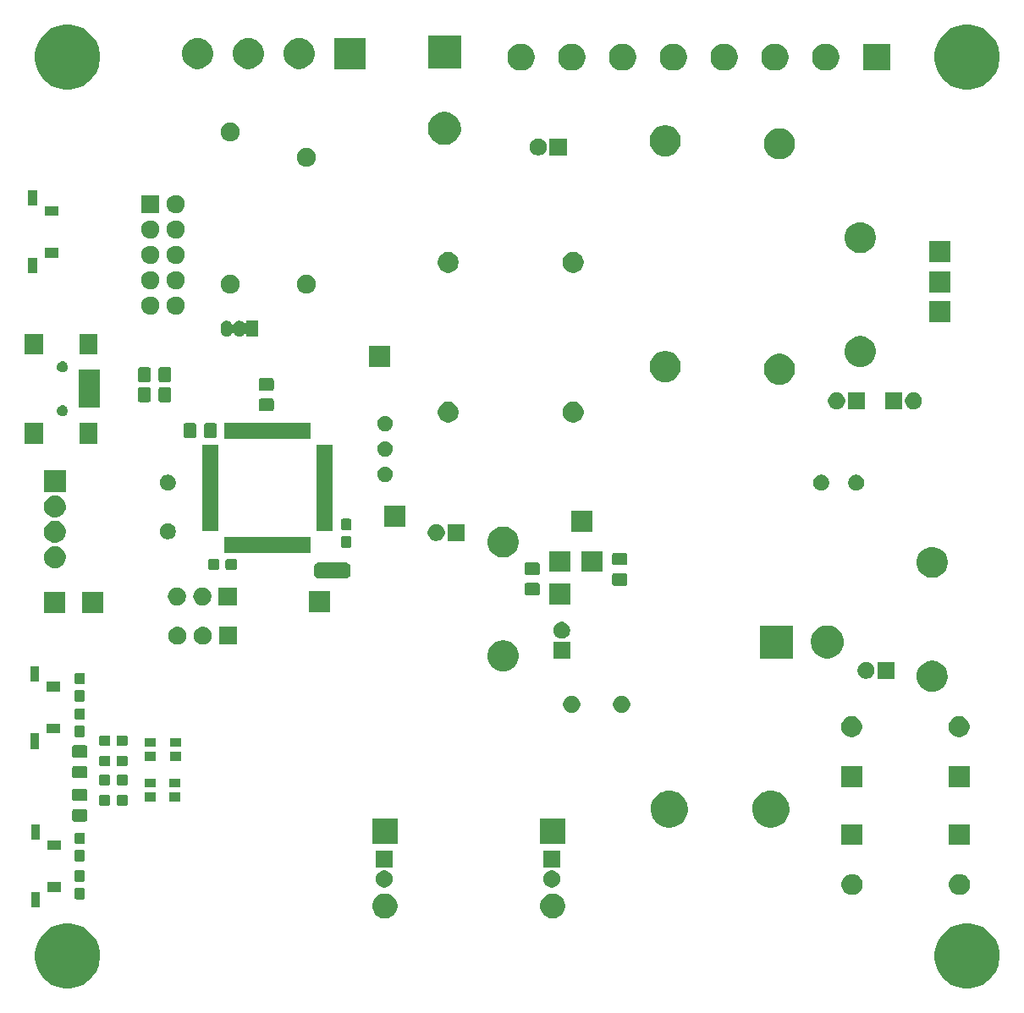
<source format=gbr>
G04 #@! TF.GenerationSoftware,KiCad,Pcbnew,5.1.5+dfsg1-2build2*
G04 #@! TF.CreationDate,2021-06-30T22:55:55+02:00*
G04 #@! TF.ProjectId,solar_mppt1,736f6c61-725f-46d7-9070-74312e6b6963,rev?*
G04 #@! TF.SameCoordinates,Original*
G04 #@! TF.FileFunction,Soldermask,Top*
G04 #@! TF.FilePolarity,Negative*
%FSLAX46Y46*%
G04 Gerber Fmt 4.6, Leading zero omitted, Abs format (unit mm)*
G04 Created by KiCad (PCBNEW 5.1.5+dfsg1-2build2) date 2021-06-30 22:55:55*
%MOMM*%
%LPD*%
G04 APERTURE LIST*
%ADD10C,0.100000*%
G04 APERTURE END LIST*
D10*
G36*
X98134239Y-56811467D02*
G01*
X98448282Y-56873934D01*
X99039926Y-57119001D01*
X99572392Y-57474784D01*
X100025216Y-57927608D01*
X100380999Y-58460074D01*
X100626066Y-59051718D01*
X100626066Y-59051719D01*
X100751000Y-59679803D01*
X100751000Y-60320197D01*
X100688533Y-60634239D01*
X100626066Y-60948282D01*
X100380999Y-61539926D01*
X100025216Y-62072392D01*
X99572392Y-62525216D01*
X99039926Y-62880999D01*
X98448282Y-63126066D01*
X98134239Y-63188533D01*
X97820197Y-63251000D01*
X97179803Y-63251000D01*
X96865761Y-63188533D01*
X96551718Y-63126066D01*
X95960074Y-62880999D01*
X95427608Y-62525216D01*
X94974784Y-62072392D01*
X94619001Y-61539926D01*
X94373934Y-60948282D01*
X94311467Y-60634239D01*
X94249000Y-60320197D01*
X94249000Y-59679803D01*
X94373934Y-59051719D01*
X94373934Y-59051718D01*
X94619001Y-58460074D01*
X94974784Y-57927608D01*
X95427608Y-57474784D01*
X95960074Y-57119001D01*
X96551718Y-56873934D01*
X96865761Y-56811467D01*
X97179803Y-56749000D01*
X97820197Y-56749000D01*
X98134239Y-56811467D01*
G37*
G36*
X8134239Y-56811467D02*
G01*
X8448282Y-56873934D01*
X9039926Y-57119001D01*
X9572392Y-57474784D01*
X10025216Y-57927608D01*
X10380999Y-58460074D01*
X10626066Y-59051718D01*
X10626066Y-59051719D01*
X10751000Y-59679803D01*
X10751000Y-60320197D01*
X10688533Y-60634239D01*
X10626066Y-60948282D01*
X10380999Y-61539926D01*
X10025216Y-62072392D01*
X9572392Y-62525216D01*
X9039926Y-62880999D01*
X8448282Y-63126066D01*
X8134239Y-63188533D01*
X7820197Y-63251000D01*
X7179803Y-63251000D01*
X6865761Y-63188533D01*
X6551718Y-63126066D01*
X5960074Y-62880999D01*
X5427608Y-62525216D01*
X4974784Y-62072392D01*
X4619001Y-61539926D01*
X4373934Y-60948282D01*
X4311467Y-60634239D01*
X4249000Y-60320197D01*
X4249000Y-59679803D01*
X4373934Y-59051719D01*
X4373934Y-59051718D01*
X4619001Y-58460074D01*
X4974784Y-57927608D01*
X5427608Y-57474784D01*
X5960074Y-57119001D01*
X6551718Y-56873934D01*
X6865761Y-56811467D01*
X7179803Y-56749000D01*
X7820197Y-56749000D01*
X8134239Y-56811467D01*
G37*
G36*
X56346074Y-53781384D02*
G01*
X56414903Y-53795075D01*
X56642571Y-53889378D01*
X56847466Y-54026285D01*
X57021715Y-54200534D01*
X57158622Y-54405429D01*
X57252925Y-54633097D01*
X57301000Y-54874787D01*
X57301000Y-55121213D01*
X57252925Y-55362903D01*
X57158622Y-55590571D01*
X57021715Y-55795466D01*
X56847466Y-55969715D01*
X56642571Y-56106622D01*
X56642570Y-56106623D01*
X56642569Y-56106623D01*
X56414903Y-56200925D01*
X56173214Y-56249000D01*
X55926786Y-56249000D01*
X55685097Y-56200925D01*
X55457431Y-56106623D01*
X55457430Y-56106623D01*
X55457429Y-56106622D01*
X55252534Y-55969715D01*
X55078285Y-55795466D01*
X54941378Y-55590571D01*
X54847075Y-55362903D01*
X54799000Y-55121213D01*
X54799000Y-54874787D01*
X54847075Y-54633097D01*
X54941378Y-54405429D01*
X55078285Y-54200534D01*
X55252534Y-54026285D01*
X55457429Y-53889378D01*
X55685097Y-53795075D01*
X55753926Y-53781384D01*
X55926786Y-53747000D01*
X56173214Y-53747000D01*
X56346074Y-53781384D01*
G37*
G36*
X39558074Y-53781384D02*
G01*
X39626903Y-53795075D01*
X39854571Y-53889378D01*
X40059466Y-54026285D01*
X40233715Y-54200534D01*
X40370622Y-54405429D01*
X40464925Y-54633097D01*
X40513000Y-54874787D01*
X40513000Y-55121213D01*
X40464925Y-55362903D01*
X40370622Y-55590571D01*
X40233715Y-55795466D01*
X40059466Y-55969715D01*
X39854571Y-56106622D01*
X39854570Y-56106623D01*
X39854569Y-56106623D01*
X39626903Y-56200925D01*
X39385214Y-56249000D01*
X39138786Y-56249000D01*
X38897097Y-56200925D01*
X38669431Y-56106623D01*
X38669430Y-56106623D01*
X38669429Y-56106622D01*
X38464534Y-55969715D01*
X38290285Y-55795466D01*
X38153378Y-55590571D01*
X38059075Y-55362903D01*
X38011000Y-55121213D01*
X38011000Y-54874787D01*
X38059075Y-54633097D01*
X38153378Y-54405429D01*
X38290285Y-54200534D01*
X38464534Y-54026285D01*
X38669429Y-53889378D01*
X38897097Y-53795075D01*
X38965926Y-53781384D01*
X39138786Y-53747000D01*
X39385214Y-53747000D01*
X39558074Y-53781384D01*
G37*
G36*
X4749400Y-55153100D02*
G01*
X3860000Y-55153100D01*
X3860000Y-53603300D01*
X4749400Y-53603300D01*
X4749400Y-55153100D01*
G37*
G36*
X9098499Y-53182445D02*
G01*
X9135995Y-53193820D01*
X9170554Y-53212292D01*
X9200847Y-53237153D01*
X9225708Y-53267446D01*
X9244180Y-53302005D01*
X9255555Y-53339501D01*
X9260000Y-53384638D01*
X9260000Y-54123362D01*
X9255555Y-54168499D01*
X9244180Y-54205995D01*
X9225708Y-54240554D01*
X9200847Y-54270847D01*
X9170554Y-54295708D01*
X9135995Y-54314180D01*
X9098499Y-54325555D01*
X9053362Y-54330000D01*
X8414638Y-54330000D01*
X8369501Y-54325555D01*
X8332005Y-54314180D01*
X8297446Y-54295708D01*
X8267153Y-54270847D01*
X8242292Y-54240554D01*
X8223820Y-54205995D01*
X8212445Y-54168499D01*
X8208000Y-54123362D01*
X8208000Y-53384638D01*
X8212445Y-53339501D01*
X8223820Y-53302005D01*
X8242292Y-53267446D01*
X8267153Y-53237153D01*
X8297446Y-53212292D01*
X8332005Y-53193820D01*
X8369501Y-53182445D01*
X8414638Y-53178000D01*
X9053362Y-53178000D01*
X9098499Y-53182445D01*
G37*
G36*
X86306564Y-51839389D02*
G01*
X86445408Y-51896900D01*
X86497835Y-51918616D01*
X86669973Y-52033635D01*
X86816365Y-52180027D01*
X86931385Y-52352167D01*
X87010611Y-52543436D01*
X87051000Y-52746484D01*
X87051000Y-52953516D01*
X87010611Y-53156564D01*
X86934836Y-53339501D01*
X86931384Y-53347835D01*
X86816365Y-53519973D01*
X86669973Y-53666365D01*
X86497835Y-53781384D01*
X86497834Y-53781385D01*
X86497833Y-53781385D01*
X86306564Y-53860611D01*
X86103516Y-53901000D01*
X85896484Y-53901000D01*
X85693436Y-53860611D01*
X85502167Y-53781385D01*
X85502166Y-53781385D01*
X85502165Y-53781384D01*
X85330027Y-53666365D01*
X85183635Y-53519973D01*
X85068616Y-53347835D01*
X85065164Y-53339501D01*
X84989389Y-53156564D01*
X84949000Y-52953516D01*
X84949000Y-52746484D01*
X84989389Y-52543436D01*
X85068615Y-52352167D01*
X85183635Y-52180027D01*
X85330027Y-52033635D01*
X85502165Y-51918616D01*
X85554592Y-51896900D01*
X85693436Y-51839389D01*
X85896484Y-51799000D01*
X86103516Y-51799000D01*
X86306564Y-51839389D01*
G37*
G36*
X97056564Y-51839389D02*
G01*
X97195408Y-51896900D01*
X97247835Y-51918616D01*
X97419973Y-52033635D01*
X97566365Y-52180027D01*
X97681385Y-52352167D01*
X97760611Y-52543436D01*
X97801000Y-52746484D01*
X97801000Y-52953516D01*
X97760611Y-53156564D01*
X97684836Y-53339501D01*
X97681384Y-53347835D01*
X97566365Y-53519973D01*
X97419973Y-53666365D01*
X97247835Y-53781384D01*
X97247834Y-53781385D01*
X97247833Y-53781385D01*
X97056564Y-53860611D01*
X96853516Y-53901000D01*
X96646484Y-53901000D01*
X96443436Y-53860611D01*
X96252167Y-53781385D01*
X96252166Y-53781385D01*
X96252165Y-53781384D01*
X96080027Y-53666365D01*
X95933635Y-53519973D01*
X95818616Y-53347835D01*
X95815164Y-53339501D01*
X95739389Y-53156564D01*
X95699000Y-52953516D01*
X95699000Y-52746484D01*
X95739389Y-52543436D01*
X95818615Y-52352167D01*
X95933635Y-52180027D01*
X96080027Y-52033635D01*
X96252165Y-51918616D01*
X96304592Y-51896900D01*
X96443436Y-51839389D01*
X96646484Y-51799000D01*
X96853516Y-51799000D01*
X97056564Y-51839389D01*
G37*
G36*
X6883000Y-53591000D02*
G01*
X5511000Y-53591000D01*
X5511000Y-52600000D01*
X6883000Y-52600000D01*
X6883000Y-53591000D01*
G37*
G36*
X56198228Y-51481703D02*
G01*
X56353100Y-51545853D01*
X56492481Y-51638985D01*
X56611015Y-51757519D01*
X56704147Y-51896900D01*
X56768297Y-52051772D01*
X56801000Y-52216184D01*
X56801000Y-52383816D01*
X56768297Y-52548228D01*
X56704147Y-52703100D01*
X56611015Y-52842481D01*
X56492481Y-52961015D01*
X56353100Y-53054147D01*
X56198228Y-53118297D01*
X56033816Y-53151000D01*
X55866184Y-53151000D01*
X55701772Y-53118297D01*
X55546900Y-53054147D01*
X55407519Y-52961015D01*
X55288985Y-52842481D01*
X55195853Y-52703100D01*
X55131703Y-52548228D01*
X55099000Y-52383816D01*
X55099000Y-52216184D01*
X55131703Y-52051772D01*
X55195853Y-51896900D01*
X55288985Y-51757519D01*
X55407519Y-51638985D01*
X55546900Y-51545853D01*
X55701772Y-51481703D01*
X55866184Y-51449000D01*
X56033816Y-51449000D01*
X56198228Y-51481703D01*
G37*
G36*
X39448228Y-51481703D02*
G01*
X39603100Y-51545853D01*
X39742481Y-51638985D01*
X39861015Y-51757519D01*
X39954147Y-51896900D01*
X40018297Y-52051772D01*
X40051000Y-52216184D01*
X40051000Y-52383816D01*
X40018297Y-52548228D01*
X39954147Y-52703100D01*
X39861015Y-52842481D01*
X39742481Y-52961015D01*
X39603100Y-53054147D01*
X39448228Y-53118297D01*
X39283816Y-53151000D01*
X39116184Y-53151000D01*
X38951772Y-53118297D01*
X38796900Y-53054147D01*
X38657519Y-52961015D01*
X38538985Y-52842481D01*
X38445853Y-52703100D01*
X38381703Y-52548228D01*
X38349000Y-52383816D01*
X38349000Y-52216184D01*
X38381703Y-52051772D01*
X38445853Y-51896900D01*
X38538985Y-51757519D01*
X38657519Y-51638985D01*
X38796900Y-51545853D01*
X38951772Y-51481703D01*
X39116184Y-51449000D01*
X39283816Y-51449000D01*
X39448228Y-51481703D01*
G37*
G36*
X9098499Y-51432445D02*
G01*
X9135995Y-51443820D01*
X9170554Y-51462292D01*
X9200847Y-51487153D01*
X9225708Y-51517446D01*
X9244180Y-51552005D01*
X9255555Y-51589501D01*
X9260000Y-51634638D01*
X9260000Y-52373362D01*
X9255555Y-52418499D01*
X9244180Y-52455995D01*
X9225708Y-52490554D01*
X9200847Y-52520847D01*
X9170554Y-52545708D01*
X9135995Y-52564180D01*
X9098499Y-52575555D01*
X9053362Y-52580000D01*
X8414638Y-52580000D01*
X8369501Y-52575555D01*
X8332005Y-52564180D01*
X8297446Y-52545708D01*
X8267153Y-52520847D01*
X8242292Y-52490554D01*
X8223820Y-52455995D01*
X8212445Y-52418499D01*
X8208000Y-52373362D01*
X8208000Y-51634638D01*
X8212445Y-51589501D01*
X8223820Y-51552005D01*
X8242292Y-51517446D01*
X8267153Y-51487153D01*
X8297446Y-51462292D01*
X8332005Y-51443820D01*
X8369501Y-51432445D01*
X8414638Y-51428000D01*
X9053362Y-51428000D01*
X9098499Y-51432445D01*
G37*
G36*
X40051000Y-51151000D02*
G01*
X38349000Y-51151000D01*
X38349000Y-49449000D01*
X40051000Y-49449000D01*
X40051000Y-51151000D01*
G37*
G36*
X56801000Y-51151000D02*
G01*
X55099000Y-51151000D01*
X55099000Y-49449000D01*
X56801000Y-49449000D01*
X56801000Y-51151000D01*
G37*
G36*
X9098499Y-49400445D02*
G01*
X9135995Y-49411820D01*
X9170554Y-49430292D01*
X9200847Y-49455153D01*
X9225708Y-49485446D01*
X9244180Y-49520005D01*
X9255555Y-49557501D01*
X9260000Y-49602638D01*
X9260000Y-50341362D01*
X9255555Y-50386499D01*
X9244180Y-50423995D01*
X9225708Y-50458554D01*
X9200847Y-50488847D01*
X9170554Y-50513708D01*
X9135995Y-50532180D01*
X9098499Y-50543555D01*
X9053362Y-50548000D01*
X8414638Y-50548000D01*
X8369501Y-50543555D01*
X8332005Y-50532180D01*
X8297446Y-50513708D01*
X8267153Y-50488847D01*
X8242292Y-50458554D01*
X8223820Y-50423995D01*
X8212445Y-50386499D01*
X8208000Y-50341362D01*
X8208000Y-49602638D01*
X8212445Y-49557501D01*
X8223820Y-49520005D01*
X8242292Y-49485446D01*
X8267153Y-49455153D01*
X8297446Y-49430292D01*
X8332005Y-49411820D01*
X8369501Y-49400445D01*
X8414638Y-49396000D01*
X9053362Y-49396000D01*
X9098499Y-49400445D01*
G37*
G36*
X6883000Y-49400000D02*
G01*
X5511000Y-49400000D01*
X5511000Y-48409000D01*
X6883000Y-48409000D01*
X6883000Y-49400000D01*
G37*
G36*
X87051000Y-48901000D02*
G01*
X84949000Y-48901000D01*
X84949000Y-46799000D01*
X87051000Y-46799000D01*
X87051000Y-48901000D01*
G37*
G36*
X97801000Y-48901000D02*
G01*
X95699000Y-48901000D01*
X95699000Y-46799000D01*
X97801000Y-46799000D01*
X97801000Y-48901000D01*
G37*
G36*
X9098499Y-47650445D02*
G01*
X9135995Y-47661820D01*
X9170554Y-47680292D01*
X9200847Y-47705153D01*
X9225708Y-47735446D01*
X9244180Y-47770005D01*
X9255555Y-47807501D01*
X9260000Y-47852638D01*
X9260000Y-48591362D01*
X9255555Y-48636499D01*
X9244180Y-48673995D01*
X9225708Y-48708554D01*
X9200847Y-48738847D01*
X9170554Y-48763708D01*
X9135995Y-48782180D01*
X9098499Y-48793555D01*
X9053362Y-48798000D01*
X8414638Y-48798000D01*
X8369501Y-48793555D01*
X8332005Y-48782180D01*
X8297446Y-48763708D01*
X8267153Y-48738847D01*
X8242292Y-48708554D01*
X8223820Y-48673995D01*
X8212445Y-48636499D01*
X8208000Y-48591362D01*
X8208000Y-47852638D01*
X8212445Y-47807501D01*
X8223820Y-47770005D01*
X8242292Y-47735446D01*
X8267153Y-47705153D01*
X8297446Y-47680292D01*
X8332005Y-47661820D01*
X8369501Y-47650445D01*
X8414638Y-47646000D01*
X9053362Y-47646000D01*
X9098499Y-47650445D01*
G37*
G36*
X57301000Y-48749000D02*
G01*
X54799000Y-48749000D01*
X54799000Y-46247000D01*
X57301000Y-46247000D01*
X57301000Y-48749000D01*
G37*
G36*
X40513000Y-48749000D02*
G01*
X38011000Y-48749000D01*
X38011000Y-46247000D01*
X40513000Y-46247000D01*
X40513000Y-48749000D01*
G37*
G36*
X4749400Y-48396700D02*
G01*
X3860000Y-48396700D01*
X3860000Y-46846900D01*
X4749400Y-46846900D01*
X4749400Y-48396700D01*
G37*
G36*
X78097986Y-43460075D02*
G01*
X78399917Y-43520133D01*
X78539448Y-43577929D01*
X78736776Y-43659664D01*
X79039943Y-43862234D01*
X79297766Y-44120057D01*
X79500336Y-44423224D01*
X79529238Y-44493000D01*
X79639867Y-44760083D01*
X79663491Y-44878847D01*
X79711000Y-45117691D01*
X79711000Y-45482309D01*
X79639867Y-45839916D01*
X79500336Y-46176776D01*
X79297766Y-46479943D01*
X79039943Y-46737766D01*
X78736776Y-46940336D01*
X78539448Y-47022071D01*
X78399917Y-47079867D01*
X78221112Y-47115434D01*
X78042309Y-47151000D01*
X77677691Y-47151000D01*
X77498887Y-47115433D01*
X77320083Y-47079867D01*
X77180552Y-47022071D01*
X76983224Y-46940336D01*
X76680057Y-46737766D01*
X76422234Y-46479943D01*
X76219664Y-46176776D01*
X76080133Y-45839916D01*
X76009000Y-45482309D01*
X76009000Y-45117691D01*
X76056509Y-44878847D01*
X76080133Y-44760083D01*
X76190762Y-44493000D01*
X76219664Y-44423224D01*
X76422234Y-44120057D01*
X76680057Y-43862234D01*
X76983224Y-43659664D01*
X77180552Y-43577929D01*
X77320083Y-43520133D01*
X77622014Y-43460075D01*
X77677691Y-43449000D01*
X78042309Y-43449000D01*
X78097986Y-43460075D01*
G37*
G36*
X67937986Y-43460075D02*
G01*
X68239917Y-43520133D01*
X68379448Y-43577929D01*
X68576776Y-43659664D01*
X68879943Y-43862234D01*
X69137766Y-44120057D01*
X69340336Y-44423224D01*
X69369238Y-44493000D01*
X69479867Y-44760083D01*
X69503491Y-44878847D01*
X69551000Y-45117691D01*
X69551000Y-45482309D01*
X69479867Y-45839916D01*
X69340336Y-46176776D01*
X69137766Y-46479943D01*
X68879943Y-46737766D01*
X68576776Y-46940336D01*
X68379448Y-47022071D01*
X68239917Y-47079867D01*
X68061112Y-47115434D01*
X67882309Y-47151000D01*
X67517691Y-47151000D01*
X67338887Y-47115433D01*
X67160083Y-47079867D01*
X67020552Y-47022071D01*
X66823224Y-46940336D01*
X66520057Y-46737766D01*
X66262234Y-46479943D01*
X66059664Y-46176776D01*
X65920133Y-45839916D01*
X65849000Y-45482309D01*
X65849000Y-45117691D01*
X65896509Y-44878847D01*
X65920133Y-44760083D01*
X66030762Y-44493000D01*
X66059664Y-44423224D01*
X66262234Y-44120057D01*
X66520057Y-43862234D01*
X66823224Y-43659664D01*
X67020552Y-43577929D01*
X67160083Y-43520133D01*
X67462014Y-43460075D01*
X67517691Y-43449000D01*
X67882309Y-43449000D01*
X67937986Y-43460075D01*
G37*
G36*
X9322674Y-45295465D02*
G01*
X9360367Y-45306899D01*
X9395103Y-45325466D01*
X9425548Y-45350452D01*
X9450534Y-45380897D01*
X9469101Y-45415633D01*
X9480535Y-45453326D01*
X9485000Y-45498661D01*
X9485000Y-46335339D01*
X9480535Y-46380674D01*
X9469101Y-46418367D01*
X9450534Y-46453103D01*
X9425548Y-46483548D01*
X9395103Y-46508534D01*
X9360367Y-46527101D01*
X9322674Y-46538535D01*
X9277339Y-46543000D01*
X8190661Y-46543000D01*
X8145326Y-46538535D01*
X8107633Y-46527101D01*
X8072897Y-46508534D01*
X8042452Y-46483548D01*
X8017466Y-46453103D01*
X7998899Y-46418367D01*
X7987465Y-46380674D01*
X7983000Y-46335339D01*
X7983000Y-45498661D01*
X7987465Y-45453326D01*
X7998899Y-45415633D01*
X8017466Y-45380897D01*
X8042452Y-45350452D01*
X8072897Y-45325466D01*
X8107633Y-45306899D01*
X8145326Y-45295465D01*
X8190661Y-45291000D01*
X9277339Y-45291000D01*
X9322674Y-45295465D01*
G37*
G36*
X13395499Y-43890445D02*
G01*
X13432995Y-43901820D01*
X13467554Y-43920292D01*
X13497847Y-43945153D01*
X13522708Y-43975446D01*
X13541180Y-44010005D01*
X13552555Y-44047501D01*
X13557000Y-44092638D01*
X13557000Y-44731362D01*
X13552555Y-44776499D01*
X13541180Y-44813995D01*
X13522708Y-44848554D01*
X13497847Y-44878847D01*
X13467554Y-44903708D01*
X13432995Y-44922180D01*
X13395499Y-44933555D01*
X13350362Y-44938000D01*
X12611638Y-44938000D01*
X12566501Y-44933555D01*
X12529005Y-44922180D01*
X12494446Y-44903708D01*
X12464153Y-44878847D01*
X12439292Y-44848554D01*
X12420820Y-44813995D01*
X12409445Y-44776499D01*
X12405000Y-44731362D01*
X12405000Y-44092638D01*
X12409445Y-44047501D01*
X12420820Y-44010005D01*
X12439292Y-43975446D01*
X12464153Y-43945153D01*
X12494446Y-43920292D01*
X12529005Y-43901820D01*
X12566501Y-43890445D01*
X12611638Y-43886000D01*
X13350362Y-43886000D01*
X13395499Y-43890445D01*
G37*
G36*
X11645499Y-43890445D02*
G01*
X11682995Y-43901820D01*
X11717554Y-43920292D01*
X11747847Y-43945153D01*
X11772708Y-43975446D01*
X11791180Y-44010005D01*
X11802555Y-44047501D01*
X11807000Y-44092638D01*
X11807000Y-44731362D01*
X11802555Y-44776499D01*
X11791180Y-44813995D01*
X11772708Y-44848554D01*
X11747847Y-44878847D01*
X11717554Y-44903708D01*
X11682995Y-44922180D01*
X11645499Y-44933555D01*
X11600362Y-44938000D01*
X10861638Y-44938000D01*
X10816501Y-44933555D01*
X10779005Y-44922180D01*
X10744446Y-44903708D01*
X10714153Y-44878847D01*
X10689292Y-44848554D01*
X10670820Y-44813995D01*
X10659445Y-44776499D01*
X10655000Y-44731362D01*
X10655000Y-44092638D01*
X10659445Y-44047501D01*
X10670820Y-44010005D01*
X10689292Y-43975446D01*
X10714153Y-43945153D01*
X10744446Y-43920292D01*
X10779005Y-43901820D01*
X10816501Y-43890445D01*
X10861638Y-43886000D01*
X11600362Y-43886000D01*
X11645499Y-43890445D01*
G37*
G36*
X18801000Y-44547000D02*
G01*
X17699000Y-44547000D01*
X17699000Y-43645000D01*
X18801000Y-43645000D01*
X18801000Y-44547000D01*
G37*
G36*
X16301000Y-44547000D02*
G01*
X15199000Y-44547000D01*
X15199000Y-43645000D01*
X16301000Y-43645000D01*
X16301000Y-44547000D01*
G37*
G36*
X9322674Y-43245465D02*
G01*
X9360367Y-43256899D01*
X9395103Y-43275466D01*
X9425548Y-43300452D01*
X9450534Y-43330897D01*
X9469101Y-43365633D01*
X9480535Y-43403326D01*
X9485000Y-43448661D01*
X9485000Y-44285339D01*
X9480535Y-44330674D01*
X9469101Y-44368367D01*
X9450534Y-44403103D01*
X9425548Y-44433548D01*
X9395103Y-44458534D01*
X9360367Y-44477101D01*
X9322674Y-44488535D01*
X9277339Y-44493000D01*
X8190661Y-44493000D01*
X8145326Y-44488535D01*
X8107633Y-44477101D01*
X8072897Y-44458534D01*
X8042452Y-44433548D01*
X8017466Y-44403103D01*
X7998899Y-44368367D01*
X7987465Y-44330674D01*
X7983000Y-44285339D01*
X7983000Y-43448661D01*
X7987465Y-43403326D01*
X7998899Y-43365633D01*
X8017466Y-43330897D01*
X8042452Y-43300452D01*
X8072897Y-43275466D01*
X8107633Y-43256899D01*
X8145326Y-43245465D01*
X8190661Y-43241000D01*
X9277339Y-43241000D01*
X9322674Y-43245465D01*
G37*
G36*
X18801000Y-43147000D02*
G01*
X17699000Y-43147000D01*
X17699000Y-42245000D01*
X18801000Y-42245000D01*
X18801000Y-43147000D01*
G37*
G36*
X16301000Y-43147000D02*
G01*
X15199000Y-43147000D01*
X15199000Y-42245000D01*
X16301000Y-42245000D01*
X16301000Y-43147000D01*
G37*
G36*
X87001000Y-43101000D02*
G01*
X84899000Y-43101000D01*
X84899000Y-40999000D01*
X87001000Y-40999000D01*
X87001000Y-43101000D01*
G37*
G36*
X97751000Y-43101000D02*
G01*
X95649000Y-43101000D01*
X95649000Y-40999000D01*
X97751000Y-40999000D01*
X97751000Y-43101000D01*
G37*
G36*
X11645499Y-41858445D02*
G01*
X11682995Y-41869820D01*
X11717554Y-41888292D01*
X11747847Y-41913153D01*
X11772708Y-41943446D01*
X11791180Y-41978005D01*
X11802555Y-42015501D01*
X11807000Y-42060638D01*
X11807000Y-42699362D01*
X11802555Y-42744499D01*
X11791180Y-42781995D01*
X11772708Y-42816554D01*
X11747847Y-42846847D01*
X11717554Y-42871708D01*
X11682995Y-42890180D01*
X11645499Y-42901555D01*
X11600362Y-42906000D01*
X10861638Y-42906000D01*
X10816501Y-42901555D01*
X10779005Y-42890180D01*
X10744446Y-42871708D01*
X10714153Y-42846847D01*
X10689292Y-42816554D01*
X10670820Y-42781995D01*
X10659445Y-42744499D01*
X10655000Y-42699362D01*
X10655000Y-42060638D01*
X10659445Y-42015501D01*
X10670820Y-41978005D01*
X10689292Y-41943446D01*
X10714153Y-41913153D01*
X10744446Y-41888292D01*
X10779005Y-41869820D01*
X10816501Y-41858445D01*
X10861638Y-41854000D01*
X11600362Y-41854000D01*
X11645499Y-41858445D01*
G37*
G36*
X13395499Y-41858445D02*
G01*
X13432995Y-41869820D01*
X13467554Y-41888292D01*
X13497847Y-41913153D01*
X13522708Y-41943446D01*
X13541180Y-41978005D01*
X13552555Y-42015501D01*
X13557000Y-42060638D01*
X13557000Y-42699362D01*
X13552555Y-42744499D01*
X13541180Y-42781995D01*
X13522708Y-42816554D01*
X13497847Y-42846847D01*
X13467554Y-42871708D01*
X13432995Y-42890180D01*
X13395499Y-42901555D01*
X13350362Y-42906000D01*
X12611638Y-42906000D01*
X12566501Y-42901555D01*
X12529005Y-42890180D01*
X12494446Y-42871708D01*
X12464153Y-42846847D01*
X12439292Y-42816554D01*
X12420820Y-42781995D01*
X12409445Y-42744499D01*
X12405000Y-42699362D01*
X12405000Y-42060638D01*
X12409445Y-42015501D01*
X12420820Y-41978005D01*
X12439292Y-41943446D01*
X12464153Y-41913153D01*
X12494446Y-41888292D01*
X12529005Y-41869820D01*
X12566501Y-41858445D01*
X12611638Y-41854000D01*
X13350362Y-41854000D01*
X13395499Y-41858445D01*
G37*
G36*
X9322674Y-40968465D02*
G01*
X9360367Y-40979899D01*
X9395103Y-40998466D01*
X9425548Y-41023452D01*
X9450534Y-41053897D01*
X9469101Y-41088633D01*
X9480535Y-41126326D01*
X9485000Y-41171661D01*
X9485000Y-42008339D01*
X9480535Y-42053674D01*
X9469101Y-42091367D01*
X9450534Y-42126103D01*
X9425548Y-42156548D01*
X9395103Y-42181534D01*
X9360367Y-42200101D01*
X9322674Y-42211535D01*
X9277339Y-42216000D01*
X8190661Y-42216000D01*
X8145326Y-42211535D01*
X8107633Y-42200101D01*
X8072897Y-42181534D01*
X8042452Y-42156548D01*
X8017466Y-42126103D01*
X7998899Y-42091367D01*
X7987465Y-42053674D01*
X7983000Y-42008339D01*
X7983000Y-41171661D01*
X7987465Y-41126326D01*
X7998899Y-41088633D01*
X8017466Y-41053897D01*
X8042452Y-41023452D01*
X8072897Y-40998466D01*
X8107633Y-40979899D01*
X8145326Y-40968465D01*
X8190661Y-40964000D01*
X9277339Y-40964000D01*
X9322674Y-40968465D01*
G37*
G36*
X13395499Y-39954445D02*
G01*
X13432995Y-39965820D01*
X13467554Y-39984292D01*
X13497847Y-40009153D01*
X13522708Y-40039446D01*
X13541180Y-40074005D01*
X13552555Y-40111501D01*
X13557000Y-40156638D01*
X13557000Y-40795362D01*
X13552555Y-40840499D01*
X13541180Y-40877995D01*
X13522708Y-40912554D01*
X13497847Y-40942847D01*
X13467554Y-40967708D01*
X13432995Y-40986180D01*
X13395499Y-40997555D01*
X13350362Y-41002000D01*
X12611638Y-41002000D01*
X12566501Y-40997555D01*
X12529005Y-40986180D01*
X12494446Y-40967708D01*
X12464153Y-40942847D01*
X12439292Y-40912554D01*
X12420820Y-40877995D01*
X12409445Y-40840499D01*
X12405000Y-40795362D01*
X12405000Y-40156638D01*
X12409445Y-40111501D01*
X12420820Y-40074005D01*
X12439292Y-40039446D01*
X12464153Y-40009153D01*
X12494446Y-39984292D01*
X12529005Y-39965820D01*
X12566501Y-39954445D01*
X12611638Y-39950000D01*
X13350362Y-39950000D01*
X13395499Y-39954445D01*
G37*
G36*
X11645499Y-39954445D02*
G01*
X11682995Y-39965820D01*
X11717554Y-39984292D01*
X11747847Y-40009153D01*
X11772708Y-40039446D01*
X11791180Y-40074005D01*
X11802555Y-40111501D01*
X11807000Y-40156638D01*
X11807000Y-40795362D01*
X11802555Y-40840499D01*
X11791180Y-40877995D01*
X11772708Y-40912554D01*
X11747847Y-40942847D01*
X11717554Y-40967708D01*
X11682995Y-40986180D01*
X11645499Y-40997555D01*
X11600362Y-41002000D01*
X10861638Y-41002000D01*
X10816501Y-40997555D01*
X10779005Y-40986180D01*
X10744446Y-40967708D01*
X10714153Y-40942847D01*
X10689292Y-40912554D01*
X10670820Y-40877995D01*
X10659445Y-40840499D01*
X10655000Y-40795362D01*
X10655000Y-40156638D01*
X10659445Y-40111501D01*
X10670820Y-40074005D01*
X10689292Y-40039446D01*
X10714153Y-40009153D01*
X10744446Y-39984292D01*
X10779005Y-39965820D01*
X10816501Y-39954445D01*
X10861638Y-39950000D01*
X11600362Y-39950000D01*
X11645499Y-39954445D01*
G37*
G36*
X18860000Y-40484000D02*
G01*
X17758000Y-40484000D01*
X17758000Y-39582000D01*
X18860000Y-39582000D01*
X18860000Y-40484000D01*
G37*
G36*
X16360000Y-40484000D02*
G01*
X15258000Y-40484000D01*
X15258000Y-39582000D01*
X16360000Y-39582000D01*
X16360000Y-40484000D01*
G37*
G36*
X9322674Y-38918465D02*
G01*
X9360367Y-38929899D01*
X9395103Y-38948466D01*
X9425548Y-38973452D01*
X9450534Y-39003897D01*
X9469101Y-39038633D01*
X9480535Y-39076326D01*
X9485000Y-39121661D01*
X9485000Y-39958339D01*
X9480535Y-40003674D01*
X9469101Y-40041367D01*
X9450534Y-40076103D01*
X9425548Y-40106548D01*
X9395103Y-40131534D01*
X9360367Y-40150101D01*
X9322674Y-40161535D01*
X9277339Y-40166000D01*
X8190661Y-40166000D01*
X8145326Y-40161535D01*
X8107633Y-40150101D01*
X8072897Y-40131534D01*
X8042452Y-40106548D01*
X8017466Y-40076103D01*
X7998899Y-40041367D01*
X7987465Y-40003674D01*
X7983000Y-39958339D01*
X7983000Y-39121661D01*
X7987465Y-39076326D01*
X7998899Y-39038633D01*
X8017466Y-39003897D01*
X8042452Y-38973452D01*
X8072897Y-38948466D01*
X8107633Y-38929899D01*
X8145326Y-38918465D01*
X8190661Y-38914000D01*
X9277339Y-38914000D01*
X9322674Y-38918465D01*
G37*
G36*
X4673400Y-39275600D02*
G01*
X3784000Y-39275600D01*
X3784000Y-37725800D01*
X4673400Y-37725800D01*
X4673400Y-39275600D01*
G37*
G36*
X16360000Y-39084000D02*
G01*
X15258000Y-39084000D01*
X15258000Y-38182000D01*
X16360000Y-38182000D01*
X16360000Y-39084000D01*
G37*
G36*
X18860000Y-39084000D02*
G01*
X17758000Y-39084000D01*
X17758000Y-38182000D01*
X18860000Y-38182000D01*
X18860000Y-39084000D01*
G37*
G36*
X11645499Y-37922445D02*
G01*
X11682995Y-37933820D01*
X11717554Y-37952292D01*
X11747847Y-37977153D01*
X11772708Y-38007446D01*
X11791180Y-38042005D01*
X11802555Y-38079501D01*
X11807000Y-38124638D01*
X11807000Y-38763362D01*
X11802555Y-38808499D01*
X11791180Y-38845995D01*
X11772708Y-38880554D01*
X11747847Y-38910847D01*
X11717554Y-38935708D01*
X11682995Y-38954180D01*
X11645499Y-38965555D01*
X11600362Y-38970000D01*
X10861638Y-38970000D01*
X10816501Y-38965555D01*
X10779005Y-38954180D01*
X10744446Y-38935708D01*
X10714153Y-38910847D01*
X10689292Y-38880554D01*
X10670820Y-38845995D01*
X10659445Y-38808499D01*
X10655000Y-38763362D01*
X10655000Y-38124638D01*
X10659445Y-38079501D01*
X10670820Y-38042005D01*
X10689292Y-38007446D01*
X10714153Y-37977153D01*
X10744446Y-37952292D01*
X10779005Y-37933820D01*
X10816501Y-37922445D01*
X10861638Y-37918000D01*
X11600362Y-37918000D01*
X11645499Y-37922445D01*
G37*
G36*
X13395499Y-37922445D02*
G01*
X13432995Y-37933820D01*
X13467554Y-37952292D01*
X13497847Y-37977153D01*
X13522708Y-38007446D01*
X13541180Y-38042005D01*
X13552555Y-38079501D01*
X13557000Y-38124638D01*
X13557000Y-38763362D01*
X13552555Y-38808499D01*
X13541180Y-38845995D01*
X13522708Y-38880554D01*
X13497847Y-38910847D01*
X13467554Y-38935708D01*
X13432995Y-38954180D01*
X13395499Y-38965555D01*
X13350362Y-38970000D01*
X12611638Y-38970000D01*
X12566501Y-38965555D01*
X12529005Y-38954180D01*
X12494446Y-38935708D01*
X12464153Y-38910847D01*
X12439292Y-38880554D01*
X12420820Y-38845995D01*
X12409445Y-38808499D01*
X12405000Y-38763362D01*
X12405000Y-38124638D01*
X12409445Y-38079501D01*
X12420820Y-38042005D01*
X12439292Y-38007446D01*
X12464153Y-37977153D01*
X12494446Y-37952292D01*
X12529005Y-37933820D01*
X12566501Y-37922445D01*
X12611638Y-37918000D01*
X13350362Y-37918000D01*
X13395499Y-37922445D01*
G37*
G36*
X9098499Y-36954445D02*
G01*
X9135995Y-36965820D01*
X9170554Y-36984292D01*
X9200847Y-37009153D01*
X9225708Y-37039446D01*
X9244180Y-37074005D01*
X9255555Y-37111501D01*
X9260000Y-37156638D01*
X9260000Y-37895362D01*
X9255555Y-37940499D01*
X9244180Y-37977995D01*
X9225708Y-38012554D01*
X9200847Y-38042847D01*
X9170554Y-38067708D01*
X9135995Y-38086180D01*
X9098499Y-38097555D01*
X9053362Y-38102000D01*
X8414638Y-38102000D01*
X8369501Y-38097555D01*
X8332005Y-38086180D01*
X8297446Y-38067708D01*
X8267153Y-38042847D01*
X8242292Y-38012554D01*
X8223820Y-37977995D01*
X8212445Y-37940499D01*
X8208000Y-37895362D01*
X8208000Y-37156638D01*
X8212445Y-37111501D01*
X8223820Y-37074005D01*
X8242292Y-37039446D01*
X8267153Y-37009153D01*
X8297446Y-36984292D01*
X8332005Y-36965820D01*
X8369501Y-36954445D01*
X8414638Y-36950000D01*
X9053362Y-36950000D01*
X9098499Y-36954445D01*
G37*
G36*
X86256564Y-36039389D02*
G01*
X86447833Y-36118615D01*
X86447835Y-36118616D01*
X86487863Y-36145362D01*
X86619973Y-36233635D01*
X86766365Y-36380027D01*
X86881385Y-36552167D01*
X86960611Y-36743436D01*
X87001000Y-36946484D01*
X87001000Y-37153516D01*
X86960611Y-37356564D01*
X86881385Y-37547833D01*
X86881384Y-37547835D01*
X86766365Y-37719973D01*
X86619973Y-37866365D01*
X86447835Y-37981384D01*
X86447834Y-37981385D01*
X86447833Y-37981385D01*
X86256564Y-38060611D01*
X86053516Y-38101000D01*
X85846484Y-38101000D01*
X85643436Y-38060611D01*
X85452167Y-37981385D01*
X85452166Y-37981385D01*
X85452165Y-37981384D01*
X85280027Y-37866365D01*
X85133635Y-37719973D01*
X85018616Y-37547835D01*
X85018615Y-37547833D01*
X84939389Y-37356564D01*
X84899000Y-37153516D01*
X84899000Y-36946484D01*
X84939389Y-36743436D01*
X85018615Y-36552167D01*
X85133635Y-36380027D01*
X85280027Y-36233635D01*
X85412137Y-36145362D01*
X85452165Y-36118616D01*
X85452167Y-36118615D01*
X85643436Y-36039389D01*
X85846484Y-35999000D01*
X86053516Y-35999000D01*
X86256564Y-36039389D01*
G37*
G36*
X97006564Y-36039389D02*
G01*
X97197833Y-36118615D01*
X97197835Y-36118616D01*
X97237863Y-36145362D01*
X97369973Y-36233635D01*
X97516365Y-36380027D01*
X97631385Y-36552167D01*
X97710611Y-36743436D01*
X97751000Y-36946484D01*
X97751000Y-37153516D01*
X97710611Y-37356564D01*
X97631385Y-37547833D01*
X97631384Y-37547835D01*
X97516365Y-37719973D01*
X97369973Y-37866365D01*
X97197835Y-37981384D01*
X97197834Y-37981385D01*
X97197833Y-37981385D01*
X97006564Y-38060611D01*
X96803516Y-38101000D01*
X96596484Y-38101000D01*
X96393436Y-38060611D01*
X96202167Y-37981385D01*
X96202166Y-37981385D01*
X96202165Y-37981384D01*
X96030027Y-37866365D01*
X95883635Y-37719973D01*
X95768616Y-37547835D01*
X95768615Y-37547833D01*
X95689389Y-37356564D01*
X95649000Y-37153516D01*
X95649000Y-36946484D01*
X95689389Y-36743436D01*
X95768615Y-36552167D01*
X95883635Y-36380027D01*
X96030027Y-36233635D01*
X96162137Y-36145362D01*
X96202165Y-36118616D01*
X96202167Y-36118615D01*
X96393436Y-36039389D01*
X96596484Y-35999000D01*
X96803516Y-35999000D01*
X97006564Y-36039389D01*
G37*
G36*
X6807000Y-37713500D02*
G01*
X5435000Y-37713500D01*
X5435000Y-36722500D01*
X6807000Y-36722500D01*
X6807000Y-37713500D01*
G37*
G36*
X9098499Y-35204445D02*
G01*
X9135995Y-35215820D01*
X9170554Y-35234292D01*
X9200847Y-35259153D01*
X9225708Y-35289446D01*
X9244180Y-35324005D01*
X9255555Y-35361501D01*
X9260000Y-35406638D01*
X9260000Y-36145362D01*
X9255555Y-36190499D01*
X9244180Y-36227995D01*
X9225708Y-36262554D01*
X9200847Y-36292847D01*
X9170554Y-36317708D01*
X9135995Y-36336180D01*
X9098499Y-36347555D01*
X9053362Y-36352000D01*
X8414638Y-36352000D01*
X8369501Y-36347555D01*
X8332005Y-36336180D01*
X8297446Y-36317708D01*
X8267153Y-36292847D01*
X8242292Y-36262554D01*
X8223820Y-36227995D01*
X8212445Y-36190499D01*
X8208000Y-36145362D01*
X8208000Y-35406638D01*
X8212445Y-35361501D01*
X8223820Y-35324005D01*
X8242292Y-35289446D01*
X8267153Y-35259153D01*
X8297446Y-35234292D01*
X8332005Y-35215820D01*
X8369501Y-35204445D01*
X8414638Y-35200000D01*
X9053362Y-35200000D01*
X9098499Y-35204445D01*
G37*
G36*
X58198228Y-33981703D02*
G01*
X58353100Y-34045853D01*
X58492481Y-34138985D01*
X58611015Y-34257519D01*
X58704147Y-34396900D01*
X58768297Y-34551772D01*
X58801000Y-34716184D01*
X58801000Y-34883816D01*
X58768297Y-35048228D01*
X58704147Y-35203100D01*
X58611015Y-35342481D01*
X58492481Y-35461015D01*
X58353100Y-35554147D01*
X58198228Y-35618297D01*
X58033816Y-35651000D01*
X57866184Y-35651000D01*
X57701772Y-35618297D01*
X57546900Y-35554147D01*
X57407519Y-35461015D01*
X57288985Y-35342481D01*
X57195853Y-35203100D01*
X57131703Y-35048228D01*
X57099000Y-34883816D01*
X57099000Y-34716184D01*
X57131703Y-34551772D01*
X57195853Y-34396900D01*
X57288985Y-34257519D01*
X57407519Y-34138985D01*
X57546900Y-34045853D01*
X57701772Y-33981703D01*
X57866184Y-33949000D01*
X58033816Y-33949000D01*
X58198228Y-33981703D01*
G37*
G36*
X63198228Y-33981703D02*
G01*
X63353100Y-34045853D01*
X63492481Y-34138985D01*
X63611015Y-34257519D01*
X63704147Y-34396900D01*
X63768297Y-34551772D01*
X63801000Y-34716184D01*
X63801000Y-34883816D01*
X63768297Y-35048228D01*
X63704147Y-35203100D01*
X63611015Y-35342481D01*
X63492481Y-35461015D01*
X63353100Y-35554147D01*
X63198228Y-35618297D01*
X63033816Y-35651000D01*
X62866184Y-35651000D01*
X62701772Y-35618297D01*
X62546900Y-35554147D01*
X62407519Y-35461015D01*
X62288985Y-35342481D01*
X62195853Y-35203100D01*
X62131703Y-35048228D01*
X62099000Y-34883816D01*
X62099000Y-34716184D01*
X62131703Y-34551772D01*
X62195853Y-34396900D01*
X62288985Y-34257519D01*
X62407519Y-34138985D01*
X62546900Y-34045853D01*
X62701772Y-33981703D01*
X62866184Y-33949000D01*
X63033816Y-33949000D01*
X63198228Y-33981703D01*
G37*
G36*
X9098499Y-33398445D02*
G01*
X9135995Y-33409820D01*
X9170554Y-33428292D01*
X9200847Y-33453153D01*
X9225708Y-33483446D01*
X9244180Y-33518005D01*
X9255555Y-33555501D01*
X9260000Y-33600638D01*
X9260000Y-34339362D01*
X9255555Y-34384499D01*
X9244180Y-34421995D01*
X9225708Y-34456554D01*
X9200847Y-34486847D01*
X9170554Y-34511708D01*
X9135995Y-34530180D01*
X9098499Y-34541555D01*
X9053362Y-34546000D01*
X8414638Y-34546000D01*
X8369501Y-34541555D01*
X8332005Y-34530180D01*
X8297446Y-34511708D01*
X8267153Y-34486847D01*
X8242292Y-34456554D01*
X8223820Y-34421995D01*
X8212445Y-34384499D01*
X8208000Y-34339362D01*
X8208000Y-33600638D01*
X8212445Y-33555501D01*
X8223820Y-33518005D01*
X8242292Y-33483446D01*
X8267153Y-33453153D01*
X8297446Y-33428292D01*
X8332005Y-33409820D01*
X8369501Y-33398445D01*
X8414638Y-33394000D01*
X9053362Y-33394000D01*
X9098499Y-33398445D01*
G37*
G36*
X94302585Y-30478802D02*
G01*
X94452410Y-30508604D01*
X94734674Y-30625521D01*
X94988705Y-30795259D01*
X95204741Y-31011295D01*
X95374479Y-31265326D01*
X95464980Y-31483816D01*
X95491396Y-31547591D01*
X95542220Y-31803097D01*
X95551000Y-31847240D01*
X95551000Y-32152760D01*
X95491396Y-32452410D01*
X95374479Y-32734674D01*
X95204741Y-32988705D01*
X94988705Y-33204741D01*
X94734674Y-33374479D01*
X94452410Y-33491396D01*
X94354432Y-33510885D01*
X94152761Y-33551000D01*
X93847239Y-33551000D01*
X93645568Y-33510885D01*
X93547590Y-33491396D01*
X93265326Y-33374479D01*
X93011295Y-33204741D01*
X92795259Y-32988705D01*
X92625521Y-32734674D01*
X92508604Y-32452410D01*
X92449000Y-32152760D01*
X92449000Y-31847240D01*
X92457781Y-31803097D01*
X92508604Y-31547591D01*
X92535020Y-31483816D01*
X92625521Y-31265326D01*
X92795259Y-31011295D01*
X93011295Y-30795259D01*
X93265326Y-30625521D01*
X93547590Y-30508604D01*
X93697415Y-30478802D01*
X93847239Y-30449000D01*
X94152761Y-30449000D01*
X94302585Y-30478802D01*
G37*
G36*
X6807000Y-33522500D02*
G01*
X5435000Y-33522500D01*
X5435000Y-32531500D01*
X6807000Y-32531500D01*
X6807000Y-33522500D01*
G37*
G36*
X9098499Y-31648445D02*
G01*
X9135995Y-31659820D01*
X9170554Y-31678292D01*
X9200847Y-31703153D01*
X9225708Y-31733446D01*
X9244180Y-31768005D01*
X9255555Y-31805501D01*
X9260000Y-31850638D01*
X9260000Y-32589362D01*
X9255555Y-32634499D01*
X9244180Y-32671995D01*
X9225708Y-32706554D01*
X9200847Y-32736847D01*
X9170554Y-32761708D01*
X9135995Y-32780180D01*
X9098499Y-32791555D01*
X9053362Y-32796000D01*
X8414638Y-32796000D01*
X8369501Y-32791555D01*
X8332005Y-32780180D01*
X8297446Y-32761708D01*
X8267153Y-32736847D01*
X8242292Y-32706554D01*
X8223820Y-32671995D01*
X8212445Y-32634499D01*
X8208000Y-32589362D01*
X8208000Y-31850638D01*
X8212445Y-31805501D01*
X8223820Y-31768005D01*
X8242292Y-31733446D01*
X8267153Y-31703153D01*
X8297446Y-31678292D01*
X8332005Y-31659820D01*
X8369501Y-31648445D01*
X8414638Y-31644000D01*
X9053362Y-31644000D01*
X9098499Y-31648445D01*
G37*
G36*
X4673400Y-32519200D02*
G01*
X3784000Y-32519200D01*
X3784000Y-30969400D01*
X4673400Y-30969400D01*
X4673400Y-32519200D01*
G37*
G36*
X90251000Y-32251000D02*
G01*
X88549000Y-32251000D01*
X88549000Y-30549000D01*
X90251000Y-30549000D01*
X90251000Y-32251000D01*
G37*
G36*
X87648228Y-30581703D02*
G01*
X87803100Y-30645853D01*
X87942481Y-30738985D01*
X88061015Y-30857519D01*
X88154147Y-30996900D01*
X88218297Y-31151772D01*
X88251000Y-31316184D01*
X88251000Y-31483816D01*
X88218297Y-31648228D01*
X88154147Y-31803100D01*
X88061015Y-31942481D01*
X87942481Y-32061015D01*
X87803100Y-32154147D01*
X87648228Y-32218297D01*
X87483816Y-32251000D01*
X87316184Y-32251000D01*
X87151772Y-32218297D01*
X86996900Y-32154147D01*
X86857519Y-32061015D01*
X86738985Y-31942481D01*
X86645853Y-31803100D01*
X86581703Y-31648228D01*
X86549000Y-31483816D01*
X86549000Y-31316184D01*
X86581703Y-31151772D01*
X86645853Y-30996900D01*
X86738985Y-30857519D01*
X86857519Y-30738985D01*
X86996900Y-30645853D01*
X87151772Y-30581703D01*
X87316184Y-30549000D01*
X87483816Y-30549000D01*
X87648228Y-30581703D01*
G37*
G36*
X51396585Y-28440802D02*
G01*
X51546410Y-28470604D01*
X51828674Y-28587521D01*
X52082705Y-28757259D01*
X52298741Y-28973295D01*
X52468479Y-29227326D01*
X52585396Y-29509590D01*
X52645000Y-29809240D01*
X52645000Y-30114760D01*
X52585396Y-30414410D01*
X52468479Y-30696674D01*
X52298741Y-30950705D01*
X52082705Y-31166741D01*
X51828674Y-31336479D01*
X51546410Y-31453396D01*
X51396585Y-31483198D01*
X51246761Y-31513000D01*
X50941239Y-31513000D01*
X50791415Y-31483198D01*
X50641590Y-31453396D01*
X50359326Y-31336479D01*
X50105295Y-31166741D01*
X49889259Y-30950705D01*
X49719521Y-30696674D01*
X49602604Y-30414410D01*
X49543000Y-30114760D01*
X49543000Y-29809240D01*
X49602604Y-29509590D01*
X49719521Y-29227326D01*
X49889259Y-28973295D01*
X50105295Y-28757259D01*
X50359326Y-28587521D01*
X50641590Y-28470604D01*
X50791415Y-28440802D01*
X50941239Y-28411000D01*
X51246761Y-28411000D01*
X51396585Y-28440802D01*
G37*
G36*
X57801000Y-30251000D02*
G01*
X56099000Y-30251000D01*
X56099000Y-28549000D01*
X57801000Y-28549000D01*
X57801000Y-30251000D01*
G37*
G36*
X83905256Y-26941298D02*
G01*
X84011579Y-26962447D01*
X84312042Y-27086903D01*
X84582451Y-27267585D01*
X84812415Y-27497549D01*
X84913096Y-27648229D01*
X84993098Y-27767960D01*
X85117553Y-28068422D01*
X85181000Y-28387389D01*
X85181000Y-28712611D01*
X85138702Y-28925256D01*
X85117553Y-29031579D01*
X84993097Y-29332042D01*
X84812415Y-29602451D01*
X84582451Y-29832415D01*
X84312042Y-30013097D01*
X84011579Y-30137553D01*
X83905256Y-30158702D01*
X83692611Y-30201000D01*
X83367389Y-30201000D01*
X83154744Y-30158702D01*
X83048421Y-30137553D01*
X82747958Y-30013097D01*
X82477549Y-29832415D01*
X82247585Y-29602451D01*
X82066903Y-29332042D01*
X81942447Y-29031579D01*
X81921298Y-28925256D01*
X81879000Y-28712611D01*
X81879000Y-28387389D01*
X81942447Y-28068422D01*
X82066902Y-27767960D01*
X82146904Y-27648229D01*
X82247585Y-27497549D01*
X82477549Y-27267585D01*
X82747958Y-27086903D01*
X83048421Y-26962447D01*
X83154744Y-26941298D01*
X83367389Y-26899000D01*
X83692611Y-26899000D01*
X83905256Y-26941298D01*
G37*
G36*
X80101000Y-30201000D02*
G01*
X76799000Y-30201000D01*
X76799000Y-26899000D01*
X80101000Y-26899000D01*
X80101000Y-30201000D01*
G37*
G36*
X18613512Y-27043927D02*
G01*
X18762812Y-27073624D01*
X18926784Y-27141544D01*
X19074354Y-27240147D01*
X19199853Y-27365646D01*
X19298456Y-27513216D01*
X19366376Y-27677188D01*
X19401000Y-27851259D01*
X19401000Y-28028741D01*
X19366376Y-28202812D01*
X19298456Y-28366784D01*
X19199853Y-28514354D01*
X19074354Y-28639853D01*
X18926784Y-28738456D01*
X18762812Y-28806376D01*
X18613512Y-28836073D01*
X18588742Y-28841000D01*
X18411258Y-28841000D01*
X18386488Y-28836073D01*
X18237188Y-28806376D01*
X18073216Y-28738456D01*
X17925646Y-28639853D01*
X17800147Y-28514354D01*
X17701544Y-28366784D01*
X17633624Y-28202812D01*
X17599000Y-28028741D01*
X17599000Y-27851259D01*
X17633624Y-27677188D01*
X17701544Y-27513216D01*
X17800147Y-27365646D01*
X17925646Y-27240147D01*
X18073216Y-27141544D01*
X18237188Y-27073624D01*
X18386488Y-27043927D01*
X18411258Y-27039000D01*
X18588742Y-27039000D01*
X18613512Y-27043927D01*
G37*
G36*
X24481000Y-28841000D02*
G01*
X22679000Y-28841000D01*
X22679000Y-27039000D01*
X24481000Y-27039000D01*
X24481000Y-28841000D01*
G37*
G36*
X21153512Y-27043927D02*
G01*
X21302812Y-27073624D01*
X21466784Y-27141544D01*
X21614354Y-27240147D01*
X21739853Y-27365646D01*
X21838456Y-27513216D01*
X21906376Y-27677188D01*
X21941000Y-27851259D01*
X21941000Y-28028741D01*
X21906376Y-28202812D01*
X21838456Y-28366784D01*
X21739853Y-28514354D01*
X21614354Y-28639853D01*
X21466784Y-28738456D01*
X21302812Y-28806376D01*
X21153512Y-28836073D01*
X21128742Y-28841000D01*
X20951258Y-28841000D01*
X20926488Y-28836073D01*
X20777188Y-28806376D01*
X20613216Y-28738456D01*
X20465646Y-28639853D01*
X20340147Y-28514354D01*
X20241544Y-28366784D01*
X20173624Y-28202812D01*
X20139000Y-28028741D01*
X20139000Y-27851259D01*
X20173624Y-27677188D01*
X20241544Y-27513216D01*
X20340147Y-27365646D01*
X20465646Y-27240147D01*
X20613216Y-27141544D01*
X20777188Y-27073624D01*
X20926488Y-27043927D01*
X20951258Y-27039000D01*
X21128742Y-27039000D01*
X21153512Y-27043927D01*
G37*
G36*
X57198228Y-26581703D02*
G01*
X57353100Y-26645853D01*
X57492481Y-26738985D01*
X57611015Y-26857519D01*
X57704147Y-26996900D01*
X57768297Y-27151772D01*
X57801000Y-27316184D01*
X57801000Y-27483816D01*
X57768297Y-27648228D01*
X57704147Y-27803100D01*
X57611015Y-27942481D01*
X57492481Y-28061015D01*
X57353100Y-28154147D01*
X57198228Y-28218297D01*
X57033816Y-28251000D01*
X56866184Y-28251000D01*
X56701772Y-28218297D01*
X56546900Y-28154147D01*
X56407519Y-28061015D01*
X56288985Y-27942481D01*
X56195853Y-27803100D01*
X56131703Y-27648228D01*
X56099000Y-27483816D01*
X56099000Y-27316184D01*
X56131703Y-27151772D01*
X56195853Y-26996900D01*
X56288985Y-26857519D01*
X56407519Y-26738985D01*
X56546900Y-26645853D01*
X56701772Y-26581703D01*
X56866184Y-26549000D01*
X57033816Y-26549000D01*
X57198228Y-26581703D01*
G37*
G36*
X7251000Y-25651000D02*
G01*
X5149000Y-25651000D01*
X5149000Y-23549000D01*
X7251000Y-23549000D01*
X7251000Y-25651000D01*
G37*
G36*
X11051000Y-25651000D02*
G01*
X8949000Y-25651000D01*
X8949000Y-23549000D01*
X11051000Y-23549000D01*
X11051000Y-25651000D01*
G37*
G36*
X33801000Y-25551000D02*
G01*
X31699000Y-25551000D01*
X31699000Y-23449000D01*
X33801000Y-23449000D01*
X33801000Y-25551000D01*
G37*
G36*
X24441000Y-24901000D02*
G01*
X22639000Y-24901000D01*
X22639000Y-23099000D01*
X24441000Y-23099000D01*
X24441000Y-24901000D01*
G37*
G36*
X18573512Y-23103927D02*
G01*
X18722812Y-23133624D01*
X18886784Y-23201544D01*
X19034354Y-23300147D01*
X19159853Y-23425646D01*
X19258456Y-23573216D01*
X19326376Y-23737188D01*
X19352104Y-23866534D01*
X19358960Y-23901000D01*
X19361000Y-23911259D01*
X19361000Y-24088741D01*
X19326376Y-24262812D01*
X19258456Y-24426784D01*
X19159853Y-24574354D01*
X19034354Y-24699853D01*
X18886784Y-24798456D01*
X18722812Y-24866376D01*
X18573512Y-24896073D01*
X18548742Y-24901000D01*
X18371258Y-24901000D01*
X18346488Y-24896073D01*
X18197188Y-24866376D01*
X18033216Y-24798456D01*
X17885646Y-24699853D01*
X17760147Y-24574354D01*
X17661544Y-24426784D01*
X17593624Y-24262812D01*
X17559000Y-24088741D01*
X17559000Y-23911259D01*
X17561041Y-23901000D01*
X17567896Y-23866534D01*
X17593624Y-23737188D01*
X17661544Y-23573216D01*
X17760147Y-23425646D01*
X17885646Y-23300147D01*
X18033216Y-23201544D01*
X18197188Y-23133624D01*
X18346488Y-23103927D01*
X18371258Y-23099000D01*
X18548742Y-23099000D01*
X18573512Y-23103927D01*
G37*
G36*
X21113512Y-23103927D02*
G01*
X21262812Y-23133624D01*
X21426784Y-23201544D01*
X21574354Y-23300147D01*
X21699853Y-23425646D01*
X21798456Y-23573216D01*
X21866376Y-23737188D01*
X21892104Y-23866534D01*
X21898960Y-23901000D01*
X21901000Y-23911259D01*
X21901000Y-24088741D01*
X21866376Y-24262812D01*
X21798456Y-24426784D01*
X21699853Y-24574354D01*
X21574354Y-24699853D01*
X21426784Y-24798456D01*
X21262812Y-24866376D01*
X21113512Y-24896073D01*
X21088742Y-24901000D01*
X20911258Y-24901000D01*
X20886488Y-24896073D01*
X20737188Y-24866376D01*
X20573216Y-24798456D01*
X20425646Y-24699853D01*
X20300147Y-24574354D01*
X20201544Y-24426784D01*
X20133624Y-24262812D01*
X20099000Y-24088741D01*
X20099000Y-23911259D01*
X20101041Y-23901000D01*
X20107896Y-23866534D01*
X20133624Y-23737188D01*
X20201544Y-23573216D01*
X20300147Y-23425646D01*
X20425646Y-23300147D01*
X20573216Y-23201544D01*
X20737188Y-23133624D01*
X20886488Y-23103927D01*
X20911258Y-23099000D01*
X21088742Y-23099000D01*
X21113512Y-23103927D01*
G37*
G36*
X57801000Y-24801000D02*
G01*
X55699000Y-24801000D01*
X55699000Y-22699000D01*
X57801000Y-22699000D01*
X57801000Y-24801000D01*
G37*
G36*
X54588674Y-22653465D02*
G01*
X54626367Y-22664899D01*
X54661103Y-22683466D01*
X54691548Y-22708452D01*
X54716534Y-22738897D01*
X54735101Y-22773633D01*
X54746535Y-22811326D01*
X54751000Y-22856661D01*
X54751000Y-23693339D01*
X54746535Y-23738674D01*
X54735101Y-23776367D01*
X54716534Y-23811103D01*
X54691548Y-23841548D01*
X54661103Y-23866534D01*
X54626367Y-23885101D01*
X54588674Y-23896535D01*
X54543339Y-23901000D01*
X53456661Y-23901000D01*
X53411326Y-23896535D01*
X53373633Y-23885101D01*
X53338897Y-23866534D01*
X53308452Y-23841548D01*
X53283466Y-23811103D01*
X53264899Y-23776367D01*
X53253465Y-23738674D01*
X53249000Y-23693339D01*
X53249000Y-22856661D01*
X53253465Y-22811326D01*
X53264899Y-22773633D01*
X53283466Y-22738897D01*
X53308452Y-22708452D01*
X53338897Y-22683466D01*
X53373633Y-22664899D01*
X53411326Y-22653465D01*
X53456661Y-22649000D01*
X54543339Y-22649000D01*
X54588674Y-22653465D01*
G37*
G36*
X63338674Y-21678465D02*
G01*
X63376367Y-21689899D01*
X63411103Y-21708466D01*
X63441548Y-21733452D01*
X63466534Y-21763897D01*
X63485101Y-21798633D01*
X63496535Y-21836326D01*
X63501000Y-21881661D01*
X63501000Y-22718339D01*
X63496535Y-22763674D01*
X63485101Y-22801367D01*
X63466534Y-22836103D01*
X63441548Y-22866548D01*
X63411103Y-22891534D01*
X63376367Y-22910101D01*
X63338674Y-22921535D01*
X63293339Y-22926000D01*
X62206661Y-22926000D01*
X62161326Y-22921535D01*
X62123633Y-22910101D01*
X62088897Y-22891534D01*
X62058452Y-22866548D01*
X62033466Y-22836103D01*
X62014899Y-22801367D01*
X62003465Y-22763674D01*
X61999000Y-22718339D01*
X61999000Y-21881661D01*
X62003465Y-21836326D01*
X62014899Y-21798633D01*
X62033466Y-21763897D01*
X62058452Y-21733452D01*
X62088897Y-21708466D01*
X62123633Y-21689899D01*
X62161326Y-21678465D01*
X62206661Y-21674000D01*
X63293339Y-21674000D01*
X63338674Y-21678465D01*
G37*
G36*
X33259999Y-20599737D02*
G01*
X33274528Y-20604145D01*
X33287711Y-20609606D01*
X33311745Y-20614388D01*
X33336249Y-20614389D01*
X33360282Y-20609609D01*
X33382921Y-20600232D01*
X33384765Y-20599000D01*
X34616050Y-20599000D01*
X34628164Y-20605475D01*
X34651613Y-20612588D01*
X34675999Y-20614990D01*
X34700385Y-20612588D01*
X34723834Y-20605475D01*
X34728746Y-20603152D01*
X34740001Y-20599737D01*
X34756140Y-20598148D01*
X35293861Y-20598148D01*
X35312199Y-20599954D01*
X35324450Y-20600556D01*
X35342869Y-20600556D01*
X35365149Y-20602750D01*
X35449233Y-20619476D01*
X35470660Y-20625976D01*
X35549858Y-20658780D01*
X35555303Y-20661691D01*
X35555309Y-20661693D01*
X35564169Y-20666429D01*
X35564173Y-20666432D01*
X35569614Y-20669340D01*
X35640899Y-20716971D01*
X35658204Y-20731172D01*
X35718828Y-20791796D01*
X35733029Y-20809101D01*
X35780660Y-20880386D01*
X35783568Y-20885827D01*
X35783571Y-20885831D01*
X35788307Y-20894691D01*
X35788309Y-20894697D01*
X35791220Y-20900142D01*
X35824024Y-20979340D01*
X35830524Y-21000767D01*
X35847250Y-21084851D01*
X35849444Y-21107131D01*
X35849444Y-21125550D01*
X35850046Y-21137801D01*
X35851852Y-21156139D01*
X35851852Y-21643862D01*
X35850046Y-21662199D01*
X35849444Y-21674450D01*
X35849444Y-21692869D01*
X35847250Y-21715149D01*
X35830524Y-21799233D01*
X35824024Y-21820660D01*
X35791220Y-21899858D01*
X35788309Y-21905303D01*
X35788307Y-21905309D01*
X35783571Y-21914169D01*
X35783568Y-21914173D01*
X35780660Y-21919614D01*
X35733029Y-21990899D01*
X35718828Y-22008204D01*
X35658204Y-22068828D01*
X35640899Y-22083029D01*
X35569614Y-22130660D01*
X35564173Y-22133568D01*
X35564169Y-22133571D01*
X35555309Y-22138307D01*
X35555303Y-22138309D01*
X35549858Y-22141220D01*
X35470660Y-22174024D01*
X35449233Y-22180524D01*
X35365149Y-22197250D01*
X35342869Y-22199444D01*
X35324450Y-22199444D01*
X35312199Y-22200046D01*
X35293862Y-22201852D01*
X34756140Y-22201852D01*
X34740001Y-22200263D01*
X34725472Y-22195855D01*
X34712289Y-22190394D01*
X34688255Y-22185612D01*
X34663751Y-22185611D01*
X34639718Y-22190391D01*
X34617079Y-22199768D01*
X34615235Y-22201000D01*
X33383950Y-22201000D01*
X33371836Y-22194525D01*
X33348387Y-22187412D01*
X33324001Y-22185010D01*
X33299615Y-22187412D01*
X33276166Y-22194525D01*
X33271254Y-22196848D01*
X33259999Y-22200263D01*
X33243860Y-22201852D01*
X32706138Y-22201852D01*
X32687801Y-22200046D01*
X32675550Y-22199444D01*
X32657131Y-22199444D01*
X32634851Y-22197250D01*
X32550767Y-22180524D01*
X32529340Y-22174024D01*
X32450142Y-22141220D01*
X32444697Y-22138309D01*
X32444691Y-22138307D01*
X32435831Y-22133571D01*
X32435827Y-22133568D01*
X32430386Y-22130660D01*
X32359101Y-22083029D01*
X32341796Y-22068828D01*
X32281172Y-22008204D01*
X32266971Y-21990899D01*
X32219340Y-21919614D01*
X32216432Y-21914173D01*
X32216429Y-21914169D01*
X32211693Y-21905309D01*
X32211691Y-21905303D01*
X32208780Y-21899858D01*
X32175976Y-21820660D01*
X32169476Y-21799233D01*
X32152750Y-21715149D01*
X32150556Y-21692869D01*
X32150556Y-21674450D01*
X32149954Y-21662199D01*
X32148148Y-21643862D01*
X32148148Y-21156139D01*
X32149954Y-21137801D01*
X32150556Y-21125550D01*
X32150556Y-21107131D01*
X32152750Y-21084851D01*
X32169476Y-21000767D01*
X32175976Y-20979340D01*
X32208780Y-20900142D01*
X32211691Y-20894697D01*
X32211693Y-20894691D01*
X32216429Y-20885831D01*
X32216432Y-20885827D01*
X32219340Y-20880386D01*
X32266971Y-20809101D01*
X32281172Y-20791796D01*
X32341796Y-20731172D01*
X32359101Y-20716971D01*
X32430386Y-20669340D01*
X32435827Y-20666432D01*
X32435831Y-20666429D01*
X32444691Y-20661693D01*
X32444697Y-20661691D01*
X32450142Y-20658780D01*
X32529340Y-20625976D01*
X32550767Y-20619476D01*
X32634851Y-20602750D01*
X32657131Y-20600556D01*
X32675550Y-20600556D01*
X32687801Y-20599954D01*
X32706139Y-20598148D01*
X33243860Y-20598148D01*
X33259999Y-20599737D01*
G37*
G36*
X94242483Y-19066847D02*
G01*
X94452410Y-19108604D01*
X94734674Y-19225521D01*
X94988705Y-19395259D01*
X95204741Y-19611295D01*
X95374479Y-19865326D01*
X95491396Y-20147590D01*
X95498925Y-20185440D01*
X95551000Y-20447239D01*
X95551000Y-20752761D01*
X95539793Y-20809101D01*
X95491396Y-21052410D01*
X95374479Y-21334674D01*
X95204741Y-21588705D01*
X94988705Y-21804741D01*
X94734674Y-21974479D01*
X94452410Y-22091396D01*
X94302585Y-22121198D01*
X94152761Y-22151000D01*
X93847239Y-22151000D01*
X93697415Y-22121198D01*
X93547590Y-22091396D01*
X93265326Y-21974479D01*
X93011295Y-21804741D01*
X92795259Y-21588705D01*
X92625521Y-21334674D01*
X92508604Y-21052410D01*
X92460207Y-20809101D01*
X92449000Y-20752761D01*
X92449000Y-20447239D01*
X92501075Y-20185440D01*
X92508604Y-20147590D01*
X92625521Y-19865326D01*
X92795259Y-19611295D01*
X93011295Y-19395259D01*
X93265326Y-19225521D01*
X93547590Y-19108604D01*
X93757517Y-19066847D01*
X93847239Y-19049000D01*
X94152761Y-19049000D01*
X94242483Y-19066847D01*
G37*
G36*
X54588674Y-20603465D02*
G01*
X54626367Y-20614899D01*
X54661103Y-20633466D01*
X54691548Y-20658452D01*
X54716534Y-20688897D01*
X54735101Y-20723633D01*
X54746535Y-20761326D01*
X54751000Y-20806661D01*
X54751000Y-21643339D01*
X54746535Y-21688674D01*
X54735101Y-21726367D01*
X54716534Y-21761103D01*
X54691548Y-21791548D01*
X54661103Y-21816534D01*
X54626367Y-21835101D01*
X54588674Y-21846535D01*
X54543339Y-21851000D01*
X53456661Y-21851000D01*
X53411326Y-21846535D01*
X53373633Y-21835101D01*
X53338897Y-21816534D01*
X53308452Y-21791548D01*
X53283466Y-21761103D01*
X53264899Y-21726367D01*
X53253465Y-21688674D01*
X53249000Y-21643339D01*
X53249000Y-20806661D01*
X53253465Y-20761326D01*
X53264899Y-20723633D01*
X53283466Y-20688897D01*
X53308452Y-20658452D01*
X53338897Y-20633466D01*
X53373633Y-20614899D01*
X53411326Y-20603465D01*
X53456661Y-20599000D01*
X54543339Y-20599000D01*
X54588674Y-20603465D01*
G37*
G36*
X57801000Y-21551000D02*
G01*
X55699000Y-21551000D01*
X55699000Y-19449000D01*
X57801000Y-19449000D01*
X57801000Y-21551000D01*
G37*
G36*
X61051000Y-21551000D02*
G01*
X58949000Y-21551000D01*
X58949000Y-19449000D01*
X61051000Y-19449000D01*
X61051000Y-21551000D01*
G37*
G36*
X22552499Y-20278445D02*
G01*
X22589995Y-20289820D01*
X22624554Y-20308292D01*
X22654847Y-20333153D01*
X22679708Y-20363446D01*
X22698180Y-20398005D01*
X22709555Y-20435501D01*
X22714000Y-20480638D01*
X22714000Y-21119362D01*
X22709555Y-21164499D01*
X22698180Y-21201995D01*
X22679708Y-21236554D01*
X22654847Y-21266847D01*
X22624554Y-21291708D01*
X22589995Y-21310180D01*
X22552499Y-21321555D01*
X22507362Y-21326000D01*
X21768638Y-21326000D01*
X21723501Y-21321555D01*
X21686005Y-21310180D01*
X21651446Y-21291708D01*
X21621153Y-21266847D01*
X21596292Y-21236554D01*
X21577820Y-21201995D01*
X21566445Y-21164499D01*
X21562000Y-21119362D01*
X21562000Y-20480638D01*
X21566445Y-20435501D01*
X21577820Y-20398005D01*
X21596292Y-20363446D01*
X21621153Y-20333153D01*
X21651446Y-20308292D01*
X21686005Y-20289820D01*
X21723501Y-20278445D01*
X21768638Y-20274000D01*
X22507362Y-20274000D01*
X22552499Y-20278445D01*
G37*
G36*
X24302499Y-20278445D02*
G01*
X24339995Y-20289820D01*
X24374554Y-20308292D01*
X24404847Y-20333153D01*
X24429708Y-20363446D01*
X24448180Y-20398005D01*
X24459555Y-20435501D01*
X24464000Y-20480638D01*
X24464000Y-21119362D01*
X24459555Y-21164499D01*
X24448180Y-21201995D01*
X24429708Y-21236554D01*
X24404847Y-21266847D01*
X24374554Y-21291708D01*
X24339995Y-21310180D01*
X24302499Y-21321555D01*
X24257362Y-21326000D01*
X23518638Y-21326000D01*
X23473501Y-21321555D01*
X23436005Y-21310180D01*
X23401446Y-21291708D01*
X23371153Y-21266847D01*
X23346292Y-21236554D01*
X23327820Y-21201995D01*
X23316445Y-21164499D01*
X23312000Y-21119362D01*
X23312000Y-20480638D01*
X23316445Y-20435501D01*
X23327820Y-20398005D01*
X23346292Y-20363446D01*
X23371153Y-20333153D01*
X23401446Y-20308292D01*
X23436005Y-20289820D01*
X23473501Y-20278445D01*
X23518638Y-20274000D01*
X24257362Y-20274000D01*
X24302499Y-20278445D01*
G37*
G36*
X6462794Y-18997155D02*
G01*
X6569150Y-19018311D01*
X6643239Y-19049000D01*
X6769520Y-19101307D01*
X6949844Y-19221795D01*
X7103205Y-19375156D01*
X7223693Y-19555480D01*
X7252075Y-19624000D01*
X7303700Y-19748633D01*
X7306689Y-19755851D01*
X7342619Y-19936479D01*
X7349000Y-19968561D01*
X7349000Y-20185439D01*
X7306689Y-20398150D01*
X7286355Y-20447240D01*
X7223693Y-20598520D01*
X7103205Y-20778844D01*
X6949844Y-20932205D01*
X6769520Y-21052693D01*
X6691883Y-21084851D01*
X6569150Y-21135689D01*
X6497204Y-21150000D01*
X6356440Y-21178000D01*
X6139560Y-21178000D01*
X5998796Y-21150000D01*
X5926850Y-21135689D01*
X5804117Y-21084851D01*
X5726480Y-21052693D01*
X5546156Y-20932205D01*
X5392795Y-20778844D01*
X5272307Y-20598520D01*
X5209645Y-20447240D01*
X5189311Y-20398150D01*
X5147000Y-20185439D01*
X5147000Y-19968561D01*
X5153382Y-19936479D01*
X5189311Y-19755851D01*
X5192301Y-19748633D01*
X5243925Y-19624000D01*
X5272307Y-19555480D01*
X5392795Y-19375156D01*
X5546156Y-19221795D01*
X5726480Y-19101307D01*
X5852761Y-19049000D01*
X5926850Y-19018311D01*
X6033206Y-18997155D01*
X6139560Y-18976000D01*
X6356440Y-18976000D01*
X6462794Y-18997155D01*
G37*
G36*
X63338674Y-19628465D02*
G01*
X63376367Y-19639899D01*
X63411103Y-19658466D01*
X63441548Y-19683452D01*
X63466534Y-19713897D01*
X63485101Y-19748633D01*
X63496535Y-19786326D01*
X63501000Y-19831661D01*
X63501000Y-20668339D01*
X63496535Y-20713674D01*
X63485101Y-20751367D01*
X63466534Y-20786103D01*
X63441548Y-20816548D01*
X63411103Y-20841534D01*
X63376367Y-20860101D01*
X63338674Y-20871535D01*
X63293339Y-20876000D01*
X62206661Y-20876000D01*
X62161326Y-20871535D01*
X62123633Y-20860101D01*
X62088897Y-20841534D01*
X62058452Y-20816548D01*
X62033466Y-20786103D01*
X62014899Y-20751367D01*
X62003465Y-20713674D01*
X61999000Y-20668339D01*
X61999000Y-19831661D01*
X62003465Y-19786326D01*
X62014899Y-19748633D01*
X62033466Y-19713897D01*
X62058452Y-19683452D01*
X62088897Y-19658466D01*
X62123633Y-19639899D01*
X62161326Y-19628465D01*
X62206661Y-19624000D01*
X63293339Y-19624000D01*
X63338674Y-19628465D01*
G37*
G36*
X51269283Y-17015480D02*
G01*
X51546410Y-17070604D01*
X51828674Y-17187521D01*
X52082705Y-17357259D01*
X52298741Y-17573295D01*
X52468479Y-17827326D01*
X52585396Y-18109590D01*
X52645000Y-18409240D01*
X52645000Y-18714760D01*
X52585396Y-19014410D01*
X52468479Y-19296674D01*
X52298741Y-19550705D01*
X52082705Y-19766741D01*
X51828674Y-19936479D01*
X51546410Y-20053396D01*
X51396585Y-20083198D01*
X51246761Y-20113000D01*
X50941239Y-20113000D01*
X50791415Y-20083198D01*
X50641590Y-20053396D01*
X50359326Y-19936479D01*
X50105295Y-19766741D01*
X49889259Y-19550705D01*
X49719521Y-19296674D01*
X49602604Y-19014410D01*
X49543000Y-18714760D01*
X49543000Y-18409240D01*
X49602604Y-18109590D01*
X49719521Y-17827326D01*
X49889259Y-17573295D01*
X50105295Y-17357259D01*
X50359326Y-17187521D01*
X50641590Y-17070604D01*
X50918717Y-17015480D01*
X50941239Y-17011000D01*
X51246761Y-17011000D01*
X51269283Y-17015480D01*
G37*
G36*
X31834000Y-19661000D02*
G01*
X23182000Y-19661000D01*
X23182000Y-18059000D01*
X31834000Y-18059000D01*
X31834000Y-19661000D01*
G37*
G36*
X35764499Y-17978445D02*
G01*
X35801995Y-17989820D01*
X35836554Y-18008292D01*
X35866847Y-18033153D01*
X35891708Y-18063446D01*
X35910180Y-18098005D01*
X35921555Y-18135501D01*
X35926000Y-18180638D01*
X35926000Y-18919362D01*
X35921555Y-18964499D01*
X35910180Y-19001995D01*
X35891708Y-19036554D01*
X35866847Y-19066847D01*
X35836554Y-19091708D01*
X35801995Y-19110180D01*
X35764499Y-19121555D01*
X35719362Y-19126000D01*
X35080638Y-19126000D01*
X35035501Y-19121555D01*
X34998005Y-19110180D01*
X34963446Y-19091708D01*
X34933153Y-19066847D01*
X34908292Y-19036554D01*
X34889820Y-19001995D01*
X34878445Y-18964499D01*
X34874000Y-18919362D01*
X34874000Y-18180638D01*
X34878445Y-18135501D01*
X34889820Y-18098005D01*
X34908292Y-18063446D01*
X34933153Y-18033153D01*
X34963446Y-18008292D01*
X34998005Y-17989820D01*
X35035501Y-17978445D01*
X35080638Y-17974000D01*
X35719362Y-17974000D01*
X35764499Y-17978445D01*
G37*
G36*
X6462794Y-16457155D02*
G01*
X6569150Y-16478311D01*
X6769520Y-16561307D01*
X6949844Y-16681795D01*
X7103205Y-16835156D01*
X7223693Y-17015480D01*
X7223693Y-17015481D01*
X7298840Y-17196900D01*
X7306689Y-17215851D01*
X7333726Y-17351771D01*
X7349000Y-17428561D01*
X7349000Y-17645439D01*
X7306689Y-17858150D01*
X7265191Y-17958334D01*
X7223693Y-18058520D01*
X7103205Y-18238844D01*
X6949844Y-18392205D01*
X6769520Y-18512693D01*
X6569150Y-18595689D01*
X6462795Y-18616844D01*
X6356440Y-18638000D01*
X6139560Y-18638000D01*
X6033205Y-18616844D01*
X5926850Y-18595689D01*
X5726480Y-18512693D01*
X5546156Y-18392205D01*
X5392795Y-18238844D01*
X5272307Y-18058520D01*
X5189311Y-17858150D01*
X5147000Y-17645439D01*
X5147000Y-17428561D01*
X5162275Y-17351771D01*
X5189311Y-17215851D01*
X5197161Y-17196900D01*
X5272307Y-17015481D01*
X5272307Y-17015480D01*
X5392795Y-16835156D01*
X5546156Y-16681795D01*
X5726480Y-16561307D01*
X5926850Y-16478311D01*
X6033206Y-16457155D01*
X6139560Y-16436000D01*
X6356440Y-16436000D01*
X6462794Y-16457155D01*
G37*
G36*
X44648228Y-16781703D02*
G01*
X44803100Y-16845853D01*
X44942481Y-16938985D01*
X45061015Y-17057519D01*
X45154147Y-17196900D01*
X45218297Y-17351772D01*
X45251000Y-17516184D01*
X45251000Y-17683816D01*
X45218297Y-17848228D01*
X45154147Y-18003100D01*
X45061015Y-18142481D01*
X44942481Y-18261015D01*
X44803100Y-18354147D01*
X44648228Y-18418297D01*
X44483816Y-18451000D01*
X44316184Y-18451000D01*
X44151772Y-18418297D01*
X43996900Y-18354147D01*
X43857519Y-18261015D01*
X43738985Y-18142481D01*
X43645853Y-18003100D01*
X43581703Y-17848228D01*
X43549000Y-17683816D01*
X43549000Y-17516184D01*
X43581703Y-17351772D01*
X43645853Y-17196900D01*
X43738985Y-17057519D01*
X43857519Y-16938985D01*
X43996900Y-16845853D01*
X44151772Y-16781703D01*
X44316184Y-16749000D01*
X44483816Y-16749000D01*
X44648228Y-16781703D01*
G37*
G36*
X47251000Y-18451000D02*
G01*
X45549000Y-18451000D01*
X45549000Y-16749000D01*
X47251000Y-16749000D01*
X47251000Y-18451000D01*
G37*
G36*
X17789642Y-16709781D02*
G01*
X17935414Y-16770162D01*
X17935416Y-16770163D01*
X18066608Y-16857822D01*
X18178178Y-16969392D01*
X18245805Y-17070604D01*
X18265838Y-17100586D01*
X18326219Y-17246358D01*
X18357000Y-17401107D01*
X18357000Y-17558893D01*
X18326219Y-17713642D01*
X18265838Y-17859414D01*
X18265837Y-17859416D01*
X18178178Y-17990608D01*
X18066608Y-18102178D01*
X17935416Y-18189837D01*
X17935415Y-18189838D01*
X17935414Y-18189838D01*
X17789642Y-18250219D01*
X17634893Y-18281000D01*
X17477107Y-18281000D01*
X17322358Y-18250219D01*
X17176586Y-18189838D01*
X17176585Y-18189838D01*
X17176584Y-18189837D01*
X17045392Y-18102178D01*
X16933822Y-17990608D01*
X16846163Y-17859416D01*
X16846162Y-17859414D01*
X16785781Y-17713642D01*
X16755000Y-17558893D01*
X16755000Y-17401107D01*
X16785781Y-17246358D01*
X16846162Y-17100586D01*
X16866195Y-17070604D01*
X16933822Y-16969392D01*
X17045392Y-16857822D01*
X17176584Y-16770163D01*
X17176586Y-16770162D01*
X17322358Y-16709781D01*
X17477107Y-16679000D01*
X17634893Y-16679000D01*
X17789642Y-16709781D01*
G37*
G36*
X60051000Y-17551000D02*
G01*
X57949000Y-17551000D01*
X57949000Y-15449000D01*
X60051000Y-15449000D01*
X60051000Y-17551000D01*
G37*
G36*
X22609000Y-17486000D02*
G01*
X21007000Y-17486000D01*
X21007000Y-8834000D01*
X22609000Y-8834000D01*
X22609000Y-17486000D01*
G37*
G36*
X34009000Y-17486000D02*
G01*
X32407000Y-17486000D01*
X32407000Y-8834000D01*
X34009000Y-8834000D01*
X34009000Y-17486000D01*
G37*
G36*
X35764499Y-16228445D02*
G01*
X35801995Y-16239820D01*
X35836554Y-16258292D01*
X35866847Y-16283153D01*
X35891708Y-16313446D01*
X35910180Y-16348005D01*
X35921555Y-16385501D01*
X35926000Y-16430638D01*
X35926000Y-17169362D01*
X35921555Y-17214499D01*
X35910180Y-17251995D01*
X35891708Y-17286554D01*
X35866847Y-17316847D01*
X35836554Y-17341708D01*
X35801995Y-17360180D01*
X35764499Y-17371555D01*
X35719362Y-17376000D01*
X35080638Y-17376000D01*
X35035501Y-17371555D01*
X34998005Y-17360180D01*
X34963446Y-17341708D01*
X34933153Y-17316847D01*
X34908292Y-17286554D01*
X34889820Y-17251995D01*
X34878445Y-17214499D01*
X34874000Y-17169362D01*
X34874000Y-16430638D01*
X34878445Y-16385501D01*
X34889820Y-16348005D01*
X34908292Y-16313446D01*
X34933153Y-16283153D01*
X34963446Y-16258292D01*
X34998005Y-16239820D01*
X35035501Y-16228445D01*
X35080638Y-16224000D01*
X35719362Y-16224000D01*
X35764499Y-16228445D01*
G37*
G36*
X41301000Y-17051000D02*
G01*
X39199000Y-17051000D01*
X39199000Y-14949000D01*
X41301000Y-14949000D01*
X41301000Y-17051000D01*
G37*
G36*
X6462795Y-13917156D02*
G01*
X6569150Y-13938311D01*
X6669334Y-13979809D01*
X6769520Y-14021307D01*
X6949844Y-14141795D01*
X7103205Y-14295156D01*
X7223693Y-14475480D01*
X7223693Y-14475481D01*
X7306689Y-14675850D01*
X7349000Y-14888561D01*
X7349000Y-15105439D01*
X7323428Y-15234000D01*
X7306689Y-15318149D01*
X7223693Y-15518520D01*
X7103205Y-15698844D01*
X6949844Y-15852205D01*
X6769520Y-15972693D01*
X6669334Y-16014191D01*
X6569150Y-16055689D01*
X6462794Y-16076845D01*
X6356440Y-16098000D01*
X6139560Y-16098000D01*
X6033206Y-16076845D01*
X5926850Y-16055689D01*
X5826666Y-16014191D01*
X5726480Y-15972693D01*
X5546156Y-15852205D01*
X5392795Y-15698844D01*
X5272307Y-15518520D01*
X5189311Y-15318149D01*
X5172573Y-15234000D01*
X5147000Y-15105439D01*
X5147000Y-14888561D01*
X5189311Y-14675850D01*
X5272307Y-14475481D01*
X5272307Y-14475480D01*
X5392795Y-14295156D01*
X5546156Y-14141795D01*
X5726480Y-14021307D01*
X5826666Y-13979809D01*
X5926850Y-13938311D01*
X6033205Y-13917156D01*
X6139560Y-13896000D01*
X6356440Y-13896000D01*
X6462795Y-13917156D01*
G37*
G36*
X7349000Y-13558000D02*
G01*
X5147000Y-13558000D01*
X5147000Y-11356000D01*
X7349000Y-11356000D01*
X7349000Y-13558000D01*
G37*
G36*
X83145642Y-11847781D02*
G01*
X83291414Y-11908162D01*
X83291416Y-11908163D01*
X83422608Y-11995822D01*
X83534178Y-12107392D01*
X83609811Y-12220586D01*
X83621838Y-12238586D01*
X83682219Y-12384358D01*
X83713000Y-12539107D01*
X83713000Y-12696893D01*
X83682219Y-12851642D01*
X83629294Y-12979414D01*
X83621837Y-12997416D01*
X83534178Y-13128608D01*
X83422608Y-13240178D01*
X83291416Y-13327837D01*
X83291415Y-13327838D01*
X83291414Y-13327838D01*
X83145642Y-13388219D01*
X82990893Y-13419000D01*
X82833107Y-13419000D01*
X82678358Y-13388219D01*
X82532586Y-13327838D01*
X82532585Y-13327838D01*
X82532584Y-13327837D01*
X82401392Y-13240178D01*
X82289822Y-13128608D01*
X82202163Y-12997416D01*
X82194706Y-12979414D01*
X82141781Y-12851642D01*
X82111000Y-12696893D01*
X82111000Y-12539107D01*
X82141781Y-12384358D01*
X82202162Y-12238586D01*
X82214189Y-12220586D01*
X82289822Y-12107392D01*
X82401392Y-11995822D01*
X82532584Y-11908163D01*
X82532586Y-11908162D01*
X82678358Y-11847781D01*
X82833107Y-11817000D01*
X82990893Y-11817000D01*
X83145642Y-11847781D01*
G37*
G36*
X86645642Y-11847781D02*
G01*
X86791414Y-11908162D01*
X86791416Y-11908163D01*
X86922608Y-11995822D01*
X87034178Y-12107392D01*
X87109811Y-12220586D01*
X87121838Y-12238586D01*
X87182219Y-12384358D01*
X87213000Y-12539107D01*
X87213000Y-12696893D01*
X87182219Y-12851642D01*
X87129294Y-12979414D01*
X87121837Y-12997416D01*
X87034178Y-13128608D01*
X86922608Y-13240178D01*
X86791416Y-13327837D01*
X86791415Y-13327838D01*
X86791414Y-13327838D01*
X86645642Y-13388219D01*
X86490893Y-13419000D01*
X86333107Y-13419000D01*
X86178358Y-13388219D01*
X86032586Y-13327838D01*
X86032585Y-13327838D01*
X86032584Y-13327837D01*
X85901392Y-13240178D01*
X85789822Y-13128608D01*
X85702163Y-12997416D01*
X85694706Y-12979414D01*
X85641781Y-12851642D01*
X85611000Y-12696893D01*
X85611000Y-12539107D01*
X85641781Y-12384358D01*
X85702162Y-12238586D01*
X85714189Y-12220586D01*
X85789822Y-12107392D01*
X85901392Y-11995822D01*
X86032584Y-11908163D01*
X86032586Y-11908162D01*
X86178358Y-11847781D01*
X86333107Y-11817000D01*
X86490893Y-11817000D01*
X86645642Y-11847781D01*
G37*
G36*
X17789642Y-11829781D02*
G01*
X17925366Y-11886000D01*
X17935416Y-11890163D01*
X18066608Y-11977822D01*
X18178178Y-12089392D01*
X18265837Y-12220584D01*
X18265838Y-12220586D01*
X18326219Y-12366358D01*
X18357000Y-12521107D01*
X18357000Y-12678893D01*
X18326219Y-12833642D01*
X18265838Y-12979414D01*
X18265837Y-12979416D01*
X18178178Y-13110608D01*
X18066608Y-13222178D01*
X17935416Y-13309837D01*
X17935415Y-13309838D01*
X17935414Y-13309838D01*
X17789642Y-13370219D01*
X17634893Y-13401000D01*
X17477107Y-13401000D01*
X17322358Y-13370219D01*
X17176586Y-13309838D01*
X17176585Y-13309838D01*
X17176584Y-13309837D01*
X17045392Y-13222178D01*
X16933822Y-13110608D01*
X16846163Y-12979416D01*
X16846162Y-12979414D01*
X16785781Y-12833642D01*
X16755000Y-12678893D01*
X16755000Y-12521107D01*
X16785781Y-12366358D01*
X16846162Y-12220586D01*
X16846163Y-12220584D01*
X16933822Y-12089392D01*
X17045392Y-11977822D01*
X17176584Y-11890163D01*
X17186634Y-11886000D01*
X17322358Y-11829781D01*
X17477107Y-11799000D01*
X17634893Y-11799000D01*
X17789642Y-11829781D01*
G37*
G36*
X39411589Y-11004876D02*
G01*
X39510893Y-11024629D01*
X39651206Y-11082748D01*
X39777484Y-11167125D01*
X39884875Y-11274516D01*
X39969252Y-11400794D01*
X40027371Y-11541107D01*
X40027371Y-11541109D01*
X40057000Y-11690062D01*
X40057000Y-11841938D01*
X40048235Y-11886000D01*
X40027371Y-11990893D01*
X39969252Y-12131206D01*
X39884875Y-12257484D01*
X39777484Y-12364875D01*
X39651206Y-12449252D01*
X39510893Y-12507371D01*
X39411589Y-12527124D01*
X39361938Y-12537000D01*
X39210062Y-12537000D01*
X39160411Y-12527124D01*
X39061107Y-12507371D01*
X38920794Y-12449252D01*
X38794516Y-12364875D01*
X38687125Y-12257484D01*
X38602748Y-12131206D01*
X38544629Y-11990893D01*
X38523765Y-11886000D01*
X38515000Y-11841938D01*
X38515000Y-11690062D01*
X38544629Y-11541109D01*
X38544629Y-11541107D01*
X38602748Y-11400794D01*
X38687125Y-11274516D01*
X38794516Y-11167125D01*
X38920794Y-11082748D01*
X39061107Y-11024629D01*
X39160411Y-11004876D01*
X39210062Y-10995000D01*
X39361938Y-10995000D01*
X39411589Y-11004876D01*
G37*
G36*
X39411589Y-8464876D02*
G01*
X39510893Y-8484629D01*
X39651206Y-8542748D01*
X39777484Y-8627125D01*
X39884875Y-8734516D01*
X39969252Y-8860794D01*
X40027371Y-9001107D01*
X40057000Y-9150063D01*
X40057000Y-9301937D01*
X40027371Y-9450893D01*
X39969252Y-9591206D01*
X39884875Y-9717484D01*
X39777484Y-9824875D01*
X39651206Y-9909252D01*
X39510893Y-9967371D01*
X39411589Y-9987124D01*
X39361938Y-9997000D01*
X39210062Y-9997000D01*
X39160411Y-9987124D01*
X39061107Y-9967371D01*
X38920794Y-9909252D01*
X38794516Y-9824875D01*
X38687125Y-9717484D01*
X38602748Y-9591206D01*
X38544629Y-9450893D01*
X38515000Y-9301937D01*
X38515000Y-9150063D01*
X38544629Y-9001107D01*
X38602748Y-8860794D01*
X38687125Y-8734516D01*
X38794516Y-8627125D01*
X38920794Y-8542748D01*
X39061107Y-8484629D01*
X39160411Y-8464876D01*
X39210062Y-8455000D01*
X39361938Y-8455000D01*
X39411589Y-8464876D01*
G37*
G36*
X5051000Y-8701000D02*
G01*
X3249000Y-8701000D01*
X3249000Y-6599000D01*
X5051000Y-6599000D01*
X5051000Y-8701000D01*
G37*
G36*
X10501000Y-8701000D02*
G01*
X8699000Y-8701000D01*
X8699000Y-6599000D01*
X10501000Y-6599000D01*
X10501000Y-8701000D01*
G37*
G36*
X31834000Y-8261000D02*
G01*
X23182000Y-8261000D01*
X23182000Y-6659000D01*
X31834000Y-6659000D01*
X31834000Y-8261000D01*
G37*
G36*
X22263674Y-6653465D02*
G01*
X22301367Y-6664899D01*
X22336103Y-6683466D01*
X22366548Y-6708452D01*
X22391534Y-6738897D01*
X22410101Y-6773633D01*
X22421535Y-6811326D01*
X22426000Y-6856661D01*
X22426000Y-7943339D01*
X22421535Y-7988674D01*
X22410101Y-8026367D01*
X22391534Y-8061103D01*
X22366548Y-8091548D01*
X22336103Y-8116534D01*
X22301367Y-8135101D01*
X22263674Y-8146535D01*
X22218339Y-8151000D01*
X21381661Y-8151000D01*
X21336326Y-8146535D01*
X21298633Y-8135101D01*
X21263897Y-8116534D01*
X21233452Y-8091548D01*
X21208466Y-8061103D01*
X21189899Y-8026367D01*
X21178465Y-7988674D01*
X21174000Y-7943339D01*
X21174000Y-6856661D01*
X21178465Y-6811326D01*
X21189899Y-6773633D01*
X21208466Y-6738897D01*
X21233452Y-6708452D01*
X21263897Y-6683466D01*
X21298633Y-6664899D01*
X21336326Y-6653465D01*
X21381661Y-6649000D01*
X22218339Y-6649000D01*
X22263674Y-6653465D01*
G37*
G36*
X20213674Y-6653465D02*
G01*
X20251367Y-6664899D01*
X20286103Y-6683466D01*
X20316548Y-6708452D01*
X20341534Y-6738897D01*
X20360101Y-6773633D01*
X20371535Y-6811326D01*
X20376000Y-6856661D01*
X20376000Y-7943339D01*
X20371535Y-7988674D01*
X20360101Y-8026367D01*
X20341534Y-8061103D01*
X20316548Y-8091548D01*
X20286103Y-8116534D01*
X20251367Y-8135101D01*
X20213674Y-8146535D01*
X20168339Y-8151000D01*
X19331661Y-8151000D01*
X19286326Y-8146535D01*
X19248633Y-8135101D01*
X19213897Y-8116534D01*
X19183452Y-8091548D01*
X19158466Y-8061103D01*
X19139899Y-8026367D01*
X19128465Y-7988674D01*
X19124000Y-7943339D01*
X19124000Y-6856661D01*
X19128465Y-6811326D01*
X19139899Y-6773633D01*
X19158466Y-6738897D01*
X19183452Y-6708452D01*
X19213897Y-6683466D01*
X19248633Y-6664899D01*
X19286326Y-6653465D01*
X19331661Y-6649000D01*
X20168339Y-6649000D01*
X20213674Y-6653465D01*
G37*
G36*
X39411589Y-5924876D02*
G01*
X39510893Y-5944629D01*
X39651206Y-6002748D01*
X39777484Y-6087125D01*
X39884875Y-6194516D01*
X39969252Y-6320794D01*
X40027371Y-6461107D01*
X40027371Y-6461109D01*
X40054800Y-6599000D01*
X40057000Y-6610063D01*
X40057000Y-6761937D01*
X40027371Y-6910893D01*
X39969252Y-7051206D01*
X39884875Y-7177484D01*
X39777484Y-7284875D01*
X39651206Y-7369252D01*
X39510893Y-7427371D01*
X39411589Y-7447124D01*
X39361938Y-7457000D01*
X39210062Y-7457000D01*
X39160411Y-7447124D01*
X39061107Y-7427371D01*
X38920794Y-7369252D01*
X38794516Y-7284875D01*
X38687125Y-7177484D01*
X38602748Y-7051206D01*
X38544629Y-6910893D01*
X38515000Y-6761937D01*
X38515000Y-6610063D01*
X38517201Y-6599000D01*
X38544629Y-6461109D01*
X38544629Y-6461107D01*
X38602748Y-6320794D01*
X38687125Y-6194516D01*
X38794516Y-6087125D01*
X38920794Y-6002748D01*
X39061107Y-5944629D01*
X39160411Y-5924876D01*
X39210062Y-5915000D01*
X39361938Y-5915000D01*
X39411589Y-5924876D01*
G37*
G36*
X45896564Y-4543389D02*
G01*
X46087833Y-4622615D01*
X46087835Y-4622616D01*
X46259973Y-4737635D01*
X46406365Y-4884027D01*
X46516435Y-5048758D01*
X46521385Y-5056167D01*
X46600611Y-5247436D01*
X46641000Y-5450484D01*
X46641000Y-5657516D01*
X46600611Y-5860564D01*
X46521385Y-6051833D01*
X46521384Y-6051835D01*
X46406365Y-6223973D01*
X46259973Y-6370365D01*
X46087835Y-6485384D01*
X46087834Y-6485385D01*
X46087833Y-6485385D01*
X45896564Y-6564611D01*
X45693516Y-6605000D01*
X45486484Y-6605000D01*
X45283436Y-6564611D01*
X45092167Y-6485385D01*
X45092166Y-6485385D01*
X45092165Y-6485384D01*
X44920027Y-6370365D01*
X44773635Y-6223973D01*
X44658616Y-6051835D01*
X44658615Y-6051833D01*
X44579389Y-5860564D01*
X44539000Y-5657516D01*
X44539000Y-5450484D01*
X44579389Y-5247436D01*
X44658615Y-5056167D01*
X44663566Y-5048758D01*
X44773635Y-4884027D01*
X44920027Y-4737635D01*
X45092165Y-4622616D01*
X45092167Y-4622615D01*
X45283436Y-4543389D01*
X45486484Y-4503000D01*
X45693516Y-4503000D01*
X45896564Y-4543389D01*
G37*
G36*
X58396564Y-4543389D02*
G01*
X58587833Y-4622615D01*
X58587835Y-4622616D01*
X58759973Y-4737635D01*
X58906365Y-4884027D01*
X59016435Y-5048758D01*
X59021385Y-5056167D01*
X59100611Y-5247436D01*
X59141000Y-5450484D01*
X59141000Y-5657516D01*
X59100611Y-5860564D01*
X59021385Y-6051833D01*
X59021384Y-6051835D01*
X58906365Y-6223973D01*
X58759973Y-6370365D01*
X58587835Y-6485384D01*
X58587834Y-6485385D01*
X58587833Y-6485385D01*
X58396564Y-6564611D01*
X58193516Y-6605000D01*
X57986484Y-6605000D01*
X57783436Y-6564611D01*
X57592167Y-6485385D01*
X57592166Y-6485385D01*
X57592165Y-6485384D01*
X57420027Y-6370365D01*
X57273635Y-6223973D01*
X57158616Y-6051835D01*
X57158615Y-6051833D01*
X57079389Y-5860564D01*
X57039000Y-5657516D01*
X57039000Y-5450484D01*
X57079389Y-5247436D01*
X57158615Y-5056167D01*
X57163566Y-5048758D01*
X57273635Y-4884027D01*
X57420027Y-4737635D01*
X57592165Y-4622616D01*
X57592167Y-4622615D01*
X57783436Y-4543389D01*
X57986484Y-4503000D01*
X58193516Y-4503000D01*
X58396564Y-4543389D01*
G37*
G36*
X7160721Y-4870174D02*
G01*
X7260995Y-4911709D01*
X7260996Y-4911710D01*
X7351242Y-4972010D01*
X7427990Y-5048758D01*
X7427991Y-5048760D01*
X7488291Y-5139005D01*
X7529826Y-5239279D01*
X7551000Y-5345730D01*
X7551000Y-5454270D01*
X7529826Y-5560721D01*
X7488291Y-5660995D01*
X7488290Y-5660996D01*
X7427990Y-5751242D01*
X7351242Y-5827990D01*
X7305812Y-5858345D01*
X7260995Y-5888291D01*
X7160721Y-5929826D01*
X7054270Y-5951000D01*
X6945730Y-5951000D01*
X6839279Y-5929826D01*
X6739005Y-5888291D01*
X6694188Y-5858345D01*
X6648758Y-5827990D01*
X6572010Y-5751242D01*
X6511710Y-5660996D01*
X6511709Y-5660995D01*
X6470174Y-5560721D01*
X6449000Y-5454270D01*
X6449000Y-5345730D01*
X6470174Y-5239279D01*
X6511709Y-5139005D01*
X6572009Y-5048760D01*
X6572010Y-5048758D01*
X6648758Y-4972010D01*
X6739004Y-4911710D01*
X6739005Y-4911709D01*
X6839279Y-4870174D01*
X6945730Y-4849000D01*
X7054270Y-4849000D01*
X7160721Y-4870174D01*
G37*
G36*
X27988674Y-4203465D02*
G01*
X28026367Y-4214899D01*
X28061103Y-4233466D01*
X28091548Y-4258452D01*
X28116534Y-4288897D01*
X28135101Y-4323633D01*
X28146535Y-4361326D01*
X28151000Y-4406661D01*
X28151000Y-5243339D01*
X28146535Y-5288674D01*
X28135101Y-5326367D01*
X28116534Y-5361103D01*
X28091548Y-5391548D01*
X28061103Y-5416534D01*
X28026367Y-5435101D01*
X27988674Y-5446535D01*
X27943339Y-5451000D01*
X26856661Y-5451000D01*
X26811326Y-5446535D01*
X26773633Y-5435101D01*
X26738897Y-5416534D01*
X26708452Y-5391548D01*
X26683466Y-5361103D01*
X26664899Y-5326367D01*
X26653465Y-5288674D01*
X26649000Y-5243339D01*
X26649000Y-4406661D01*
X26653465Y-4361326D01*
X26664899Y-4323633D01*
X26683466Y-4288897D01*
X26708452Y-4258452D01*
X26738897Y-4233466D01*
X26773633Y-4214899D01*
X26811326Y-4203465D01*
X26856661Y-4199000D01*
X27943339Y-4199000D01*
X27988674Y-4203465D01*
G37*
G36*
X92398228Y-3611703D02*
G01*
X92553100Y-3675853D01*
X92692481Y-3768985D01*
X92811015Y-3887519D01*
X92904147Y-4026900D01*
X92968297Y-4181772D01*
X93001000Y-4346184D01*
X93001000Y-4513816D01*
X92968297Y-4678228D01*
X92904147Y-4833100D01*
X92811015Y-4972481D01*
X92692481Y-5091015D01*
X92553100Y-5184147D01*
X92398228Y-5248297D01*
X92233816Y-5281000D01*
X92066184Y-5281000D01*
X91901772Y-5248297D01*
X91746900Y-5184147D01*
X91607519Y-5091015D01*
X91488985Y-4972481D01*
X91395853Y-4833100D01*
X91331703Y-4678228D01*
X91299000Y-4513816D01*
X91299000Y-4346184D01*
X91331703Y-4181772D01*
X91395853Y-4026900D01*
X91488985Y-3887519D01*
X91607519Y-3768985D01*
X91746900Y-3675853D01*
X91901772Y-3611703D01*
X92066184Y-3579000D01*
X92233816Y-3579000D01*
X92398228Y-3611703D01*
G37*
G36*
X84698228Y-3611703D02*
G01*
X84853100Y-3675853D01*
X84992481Y-3768985D01*
X85111015Y-3887519D01*
X85204147Y-4026900D01*
X85268297Y-4181772D01*
X85301000Y-4346184D01*
X85301000Y-4513816D01*
X85268297Y-4678228D01*
X85204147Y-4833100D01*
X85111015Y-4972481D01*
X84992481Y-5091015D01*
X84853100Y-5184147D01*
X84698228Y-5248297D01*
X84533816Y-5281000D01*
X84366184Y-5281000D01*
X84201772Y-5248297D01*
X84046900Y-5184147D01*
X83907519Y-5091015D01*
X83788985Y-4972481D01*
X83695853Y-4833100D01*
X83631703Y-4678228D01*
X83599000Y-4513816D01*
X83599000Y-4346184D01*
X83631703Y-4181772D01*
X83695853Y-4026900D01*
X83788985Y-3887519D01*
X83907519Y-3768985D01*
X84046900Y-3675853D01*
X84201772Y-3611703D01*
X84366184Y-3579000D01*
X84533816Y-3579000D01*
X84698228Y-3611703D01*
G37*
G36*
X91001000Y-5281000D02*
G01*
X89299000Y-5281000D01*
X89299000Y-3579000D01*
X91001000Y-3579000D01*
X91001000Y-5281000D01*
G37*
G36*
X87301000Y-5281000D02*
G01*
X85599000Y-5281000D01*
X85599000Y-3579000D01*
X87301000Y-3579000D01*
X87301000Y-5281000D01*
G37*
G36*
X10751000Y-5101000D02*
G01*
X8649000Y-5101000D01*
X8649000Y-1299000D01*
X10751000Y-1299000D01*
X10751000Y-5101000D01*
G37*
G36*
X15663674Y-3053465D02*
G01*
X15701367Y-3064899D01*
X15736103Y-3083466D01*
X15766548Y-3108452D01*
X15791534Y-3138897D01*
X15810101Y-3173633D01*
X15821535Y-3211326D01*
X15826000Y-3256661D01*
X15826000Y-4343339D01*
X15821535Y-4388674D01*
X15810101Y-4426367D01*
X15791534Y-4461103D01*
X15766548Y-4491548D01*
X15736103Y-4516534D01*
X15701367Y-4535101D01*
X15663674Y-4546535D01*
X15618339Y-4551000D01*
X14781661Y-4551000D01*
X14736326Y-4546535D01*
X14698633Y-4535101D01*
X14663897Y-4516534D01*
X14633452Y-4491548D01*
X14608466Y-4461103D01*
X14589899Y-4426367D01*
X14578465Y-4388674D01*
X14574000Y-4343339D01*
X14574000Y-3256661D01*
X14578465Y-3211326D01*
X14589899Y-3173633D01*
X14608466Y-3138897D01*
X14633452Y-3108452D01*
X14663897Y-3083466D01*
X14698633Y-3064899D01*
X14736326Y-3053465D01*
X14781661Y-3049000D01*
X15618339Y-3049000D01*
X15663674Y-3053465D01*
G37*
G36*
X17713674Y-3053465D02*
G01*
X17751367Y-3064899D01*
X17786103Y-3083466D01*
X17816548Y-3108452D01*
X17841534Y-3138897D01*
X17860101Y-3173633D01*
X17871535Y-3211326D01*
X17876000Y-3256661D01*
X17876000Y-4343339D01*
X17871535Y-4388674D01*
X17860101Y-4426367D01*
X17841534Y-4461103D01*
X17816548Y-4491548D01*
X17786103Y-4516534D01*
X17751367Y-4535101D01*
X17713674Y-4546535D01*
X17668339Y-4551000D01*
X16831661Y-4551000D01*
X16786326Y-4546535D01*
X16748633Y-4535101D01*
X16713897Y-4516534D01*
X16683452Y-4491548D01*
X16658466Y-4461103D01*
X16639899Y-4426367D01*
X16628465Y-4388674D01*
X16624000Y-4343339D01*
X16624000Y-3256661D01*
X16628465Y-3211326D01*
X16639899Y-3173633D01*
X16658466Y-3138897D01*
X16683452Y-3108452D01*
X16713897Y-3083466D01*
X16748633Y-3064899D01*
X16786326Y-3053465D01*
X16831661Y-3049000D01*
X17668339Y-3049000D01*
X17713674Y-3053465D01*
G37*
G36*
X27988674Y-2153465D02*
G01*
X28026367Y-2164899D01*
X28061103Y-2183466D01*
X28091548Y-2208452D01*
X28116534Y-2238897D01*
X28135101Y-2273633D01*
X28146535Y-2311326D01*
X28151000Y-2356661D01*
X28151000Y-3193339D01*
X28146535Y-3238674D01*
X28135101Y-3276367D01*
X28116534Y-3311103D01*
X28091548Y-3341548D01*
X28061103Y-3366534D01*
X28026367Y-3385101D01*
X27988674Y-3396535D01*
X27943339Y-3401000D01*
X26856661Y-3401000D01*
X26811326Y-3396535D01*
X26773633Y-3385101D01*
X26738897Y-3366534D01*
X26708452Y-3341548D01*
X26683466Y-3311103D01*
X26664899Y-3276367D01*
X26653465Y-3238674D01*
X26649000Y-3193339D01*
X26649000Y-2356661D01*
X26653465Y-2311326D01*
X26664899Y-2273633D01*
X26683466Y-2238897D01*
X26708452Y-2208452D01*
X26738897Y-2183466D01*
X26773633Y-2164899D01*
X26811326Y-2153465D01*
X26856661Y-2149000D01*
X27943339Y-2149000D01*
X27988674Y-2153465D01*
G37*
G36*
X79042585Y251198D02*
G01*
X79192410Y221396D01*
X79474674Y104479D01*
X79728705Y-65259D01*
X79944741Y-281295D01*
X80114479Y-535326D01*
X80231396Y-817590D01*
X80237294Y-847240D01*
X80291000Y-1117239D01*
X80291000Y-1422761D01*
X80269703Y-1529826D01*
X80231396Y-1722410D01*
X80114479Y-2004674D01*
X79944741Y-2258705D01*
X79728705Y-2474741D01*
X79474674Y-2644479D01*
X79192410Y-2761396D01*
X79042585Y-2791198D01*
X78892761Y-2821000D01*
X78587239Y-2821000D01*
X78437415Y-2791198D01*
X78287590Y-2761396D01*
X78005326Y-2644479D01*
X77751295Y-2474741D01*
X77535259Y-2258705D01*
X77365521Y-2004674D01*
X77248604Y-1722410D01*
X77210297Y-1529826D01*
X77189000Y-1422761D01*
X77189000Y-1117239D01*
X77242706Y-847240D01*
X77248604Y-817590D01*
X77365521Y-535326D01*
X77535259Y-281295D01*
X77751295Y-65259D01*
X78005326Y104479D01*
X78287590Y221396D01*
X78437415Y251198D01*
X78587239Y281000D01*
X78892761Y281000D01*
X79042585Y251198D01*
G37*
G36*
X17713674Y-1053465D02*
G01*
X17751367Y-1064899D01*
X17786103Y-1083466D01*
X17816548Y-1108452D01*
X17841534Y-1138897D01*
X17860101Y-1173633D01*
X17871535Y-1211326D01*
X17876000Y-1256661D01*
X17876000Y-2343339D01*
X17871535Y-2388674D01*
X17860101Y-2426367D01*
X17841534Y-2461103D01*
X17816548Y-2491548D01*
X17786103Y-2516534D01*
X17751367Y-2535101D01*
X17713674Y-2546535D01*
X17668339Y-2551000D01*
X16831661Y-2551000D01*
X16786326Y-2546535D01*
X16748633Y-2535101D01*
X16713897Y-2516534D01*
X16683452Y-2491548D01*
X16658466Y-2461103D01*
X16639899Y-2426367D01*
X16628465Y-2388674D01*
X16624000Y-2343339D01*
X16624000Y-1256661D01*
X16628465Y-1211326D01*
X16639899Y-1173633D01*
X16658466Y-1138897D01*
X16683452Y-1108452D01*
X16713897Y-1083466D01*
X16748633Y-1064899D01*
X16786326Y-1053465D01*
X16831661Y-1049000D01*
X17668339Y-1049000D01*
X17713674Y-1053465D01*
G37*
G36*
X15663674Y-1053465D02*
G01*
X15701367Y-1064899D01*
X15736103Y-1083466D01*
X15766548Y-1108452D01*
X15791534Y-1138897D01*
X15810101Y-1173633D01*
X15821535Y-1211326D01*
X15826000Y-1256661D01*
X15826000Y-2343339D01*
X15821535Y-2388674D01*
X15810101Y-2426367D01*
X15791534Y-2461103D01*
X15766548Y-2491548D01*
X15736103Y-2516534D01*
X15701367Y-2535101D01*
X15663674Y-2546535D01*
X15618339Y-2551000D01*
X14781661Y-2551000D01*
X14736326Y-2546535D01*
X14698633Y-2535101D01*
X14663897Y-2516534D01*
X14633452Y-2491548D01*
X14608466Y-2461103D01*
X14589899Y-2426367D01*
X14578465Y-2388674D01*
X14574000Y-2343339D01*
X14574000Y-1256661D01*
X14578465Y-1211326D01*
X14589899Y-1173633D01*
X14608466Y-1138897D01*
X14633452Y-1108452D01*
X14663897Y-1083466D01*
X14698633Y-1064899D01*
X14736326Y-1053465D01*
X14781661Y-1049000D01*
X15618339Y-1049000D01*
X15663674Y-1053465D01*
G37*
G36*
X67612585Y521198D02*
G01*
X67762410Y491396D01*
X68044674Y374479D01*
X68298705Y204741D01*
X68514741Y-11295D01*
X68684479Y-265326D01*
X68801396Y-547590D01*
X68821520Y-648760D01*
X68861000Y-847239D01*
X68861000Y-1152761D01*
X68831911Y-1299000D01*
X68801396Y-1452410D01*
X68684479Y-1734674D01*
X68514741Y-1988705D01*
X68298705Y-2204741D01*
X68044674Y-2374479D01*
X67762410Y-2491396D01*
X67612585Y-2521198D01*
X67462761Y-2551000D01*
X67157239Y-2551000D01*
X67007415Y-2521198D01*
X66857590Y-2491396D01*
X66575326Y-2374479D01*
X66321295Y-2204741D01*
X66105259Y-1988705D01*
X65935521Y-1734674D01*
X65818604Y-1452410D01*
X65788089Y-1299000D01*
X65759000Y-1152761D01*
X65759000Y-847239D01*
X65798480Y-648760D01*
X65818604Y-547590D01*
X65935521Y-265326D01*
X66105259Y-11295D01*
X66321295Y204741D01*
X66575326Y374479D01*
X66857590Y491396D01*
X67007415Y521198D01*
X67157239Y551000D01*
X67462761Y551000D01*
X67612585Y521198D01*
G37*
G36*
X7160721Y-470174D02*
G01*
X7260995Y-511709D01*
X7260996Y-511710D01*
X7351242Y-572010D01*
X7427990Y-648758D01*
X7427991Y-648760D01*
X7488291Y-739005D01*
X7529826Y-839279D01*
X7551000Y-945730D01*
X7551000Y-1054270D01*
X7529826Y-1160721D01*
X7488291Y-1260995D01*
X7488290Y-1260996D01*
X7427990Y-1351242D01*
X7351242Y-1427990D01*
X7314696Y-1452409D01*
X7260995Y-1488291D01*
X7160721Y-1529826D01*
X7054270Y-1551000D01*
X6945730Y-1551000D01*
X6839279Y-1529826D01*
X6739005Y-1488291D01*
X6685304Y-1452409D01*
X6648758Y-1427990D01*
X6572010Y-1351242D01*
X6511710Y-1260996D01*
X6511709Y-1260995D01*
X6470174Y-1160721D01*
X6449000Y-1054270D01*
X6449000Y-945730D01*
X6470174Y-839279D01*
X6511709Y-739005D01*
X6572009Y-648760D01*
X6572010Y-648758D01*
X6648758Y-572010D01*
X6739004Y-511710D01*
X6739005Y-511709D01*
X6839279Y-470174D01*
X6945730Y-449000D01*
X7054270Y-449000D01*
X7160721Y-470174D01*
G37*
G36*
X39801000Y-1051000D02*
G01*
X37699000Y-1051000D01*
X37699000Y1051000D01*
X39801000Y1051000D01*
X39801000Y-1051000D01*
G37*
G36*
X87079967Y2040272D02*
G01*
X87275410Y2001396D01*
X87557674Y1884479D01*
X87811705Y1714741D01*
X88027741Y1498705D01*
X88197479Y1244674D01*
X88314396Y962410D01*
X88374000Y662760D01*
X88374000Y357240D01*
X88314396Y57590D01*
X88197479Y-224674D01*
X88027741Y-478705D01*
X87811705Y-694741D01*
X87557674Y-864479D01*
X87275410Y-981396D01*
X87125585Y-1011198D01*
X86975761Y-1041000D01*
X86670239Y-1041000D01*
X86520415Y-1011198D01*
X86370590Y-981396D01*
X86088326Y-864479D01*
X85834295Y-694741D01*
X85618259Y-478705D01*
X85448521Y-224674D01*
X85331604Y57590D01*
X85272000Y357240D01*
X85272000Y662760D01*
X85331604Y962410D01*
X85448521Y1244674D01*
X85618259Y1498705D01*
X85834295Y1714741D01*
X86088326Y1884479D01*
X86370590Y2001396D01*
X86566033Y2040272D01*
X86670239Y2061000D01*
X86975761Y2061000D01*
X87079967Y2040272D01*
G37*
G36*
X5051000Y199000D02*
G01*
X3249000Y199000D01*
X3249000Y2301000D01*
X5051000Y2301000D01*
X5051000Y199000D01*
G37*
G36*
X10501000Y199000D02*
G01*
X8699000Y199000D01*
X8699000Y2301000D01*
X10501000Y2301000D01*
X10501000Y199000D01*
G37*
G36*
X24812916Y3592666D02*
G01*
X24921492Y3559729D01*
X24921495Y3559728D01*
X24957601Y3540429D01*
X25021557Y3506244D01*
X25109264Y3434264D01*
X25172383Y3357354D01*
X25189702Y3340035D01*
X25210077Y3326421D01*
X25232716Y3317043D01*
X25256749Y3312263D01*
X25281253Y3312263D01*
X25305286Y3317043D01*
X25327925Y3326421D01*
X25348299Y3340034D01*
X25365626Y3357361D01*
X25379240Y3377736D01*
X25388618Y3400375D01*
X25393398Y3424408D01*
X25394000Y3436660D01*
X25394000Y3601000D01*
X26546000Y3601000D01*
X26546000Y1999000D01*
X25394000Y1999000D01*
X25394000Y2163340D01*
X25391598Y2187726D01*
X25384485Y2211175D01*
X25372934Y2232786D01*
X25357389Y2251728D01*
X25338447Y2267273D01*
X25316836Y2278824D01*
X25293387Y2285937D01*
X25269001Y2288339D01*
X25244615Y2285937D01*
X25221166Y2278824D01*
X25199555Y2267273D01*
X25172381Y2242644D01*
X25109264Y2165736D01*
X25021556Y2093756D01*
X24960273Y2061000D01*
X24921494Y2040272D01*
X24921491Y2040271D01*
X24812915Y2007334D01*
X24700000Y1996213D01*
X24587084Y2007334D01*
X24478508Y2040271D01*
X24478505Y2040272D01*
X24439726Y2061000D01*
X24378443Y2093756D01*
X24290736Y2165736D01*
X24218756Y2253444D01*
X24175239Y2334860D01*
X24161625Y2355234D01*
X24144298Y2372561D01*
X24123924Y2386175D01*
X24101285Y2395552D01*
X24077251Y2400332D01*
X24052747Y2400332D01*
X24028714Y2395551D01*
X24006075Y2386174D01*
X23985701Y2372560D01*
X23968374Y2355233D01*
X23954762Y2334860D01*
X23911244Y2253443D01*
X23839264Y2165736D01*
X23751556Y2093756D01*
X23690273Y2061000D01*
X23651494Y2040272D01*
X23651491Y2040271D01*
X23542915Y2007334D01*
X23430000Y1996213D01*
X23317084Y2007334D01*
X23208508Y2040271D01*
X23208505Y2040272D01*
X23169726Y2061000D01*
X23108443Y2093756D01*
X23020736Y2165736D01*
X22948756Y2253444D01*
X22905239Y2334860D01*
X22895272Y2353506D01*
X22889492Y2372560D01*
X22862334Y2462085D01*
X22854000Y2546703D01*
X22854000Y3053298D01*
X22862334Y3137916D01*
X22895271Y3246492D01*
X22895272Y3246495D01*
X22948756Y3346555D01*
X22948757Y3346557D01*
X23020737Y3434264D01*
X23108444Y3506244D01*
X23172400Y3540429D01*
X23208506Y3559728D01*
X23208509Y3559729D01*
X23317085Y3592666D01*
X23430000Y3603787D01*
X23542916Y3592666D01*
X23651492Y3559729D01*
X23651495Y3559728D01*
X23687601Y3540429D01*
X23751557Y3506244D01*
X23839264Y3434264D01*
X23911244Y3346557D01*
X23927019Y3317043D01*
X23954761Y3265141D01*
X23968375Y3244766D01*
X23985702Y3227439D01*
X24006076Y3213826D01*
X24028715Y3204448D01*
X24052748Y3199668D01*
X24077252Y3199668D01*
X24101285Y3204448D01*
X24123924Y3213826D01*
X24144299Y3227440D01*
X24161626Y3244767D01*
X24175239Y3265141D01*
X24218756Y3346555D01*
X24218757Y3346557D01*
X24290737Y3434264D01*
X24378444Y3506244D01*
X24442400Y3540429D01*
X24478506Y3559728D01*
X24478509Y3559729D01*
X24587085Y3592666D01*
X24700000Y3603787D01*
X24812916Y3592666D01*
G37*
G36*
X95801000Y3449000D02*
G01*
X93699000Y3449000D01*
X93699000Y5551000D01*
X95801000Y5551000D01*
X95801000Y3449000D01*
G37*
G36*
X18606778Y5999453D02*
G01*
X18773224Y5930509D01*
X18923022Y5830417D01*
X19050417Y5703022D01*
X19150509Y5553224D01*
X19219453Y5386778D01*
X19254600Y5210082D01*
X19254600Y5029918D01*
X19219453Y4853222D01*
X19150509Y4686776D01*
X19050417Y4536978D01*
X18923022Y4409583D01*
X18773224Y4309491D01*
X18606778Y4240547D01*
X18430082Y4205400D01*
X18249918Y4205400D01*
X18073222Y4240547D01*
X17906776Y4309491D01*
X17756978Y4409583D01*
X17629583Y4536978D01*
X17529491Y4686776D01*
X17460547Y4853222D01*
X17425400Y5029918D01*
X17425400Y5210082D01*
X17460547Y5386778D01*
X17529491Y5553224D01*
X17629583Y5703022D01*
X17756978Y5830417D01*
X17906776Y5930509D01*
X18073222Y5999453D01*
X18249918Y6034600D01*
X18430082Y6034600D01*
X18606778Y5999453D01*
G37*
G36*
X16066778Y5999453D02*
G01*
X16233224Y5930509D01*
X16383022Y5830417D01*
X16510417Y5703022D01*
X16610509Y5553224D01*
X16679453Y5386778D01*
X16714600Y5210082D01*
X16714600Y5029918D01*
X16679453Y4853222D01*
X16610509Y4686776D01*
X16510417Y4536978D01*
X16383022Y4409583D01*
X16233224Y4309491D01*
X16066778Y4240547D01*
X15890082Y4205400D01*
X15709918Y4205400D01*
X15533222Y4240547D01*
X15366776Y4309491D01*
X15216978Y4409583D01*
X15089583Y4536978D01*
X14989491Y4686776D01*
X14920547Y4853222D01*
X14885400Y5029918D01*
X14885400Y5210082D01*
X14920547Y5386778D01*
X14989491Y5553224D01*
X15089583Y5703022D01*
X15216978Y5830417D01*
X15366776Y5930509D01*
X15533222Y5999453D01*
X15709918Y6034600D01*
X15890082Y6034600D01*
X16066778Y5999453D01*
G37*
G36*
X31677892Y8176089D02*
G01*
X31851273Y8104272D01*
X32007311Y8000011D01*
X32140011Y7867311D01*
X32218342Y7750080D01*
X32244273Y7711271D01*
X32316089Y7537892D01*
X32352700Y7353834D01*
X32352700Y7166166D01*
X32316089Y6982108D01*
X32261158Y6849492D01*
X32244272Y6808727D01*
X32140011Y6652689D01*
X32007311Y6519989D01*
X31851273Y6415728D01*
X31851272Y6415727D01*
X31851271Y6415727D01*
X31677892Y6343911D01*
X31493834Y6307300D01*
X31306166Y6307300D01*
X31122108Y6343911D01*
X30948729Y6415727D01*
X30948728Y6415727D01*
X30948727Y6415728D01*
X30792689Y6519989D01*
X30659989Y6652689D01*
X30555728Y6808727D01*
X30538843Y6849492D01*
X30483911Y6982108D01*
X30447300Y7166166D01*
X30447300Y7353834D01*
X30483911Y7537892D01*
X30555727Y7711271D01*
X30581658Y7750080D01*
X30659989Y7867311D01*
X30792689Y8000011D01*
X30948727Y8104272D01*
X31122108Y8176089D01*
X31306166Y8212700D01*
X31493834Y8212700D01*
X31677892Y8176089D01*
G37*
G36*
X24077892Y8176089D02*
G01*
X24251273Y8104272D01*
X24407311Y8000011D01*
X24540011Y7867311D01*
X24618342Y7750080D01*
X24644273Y7711271D01*
X24716089Y7537892D01*
X24752700Y7353834D01*
X24752700Y7166166D01*
X24716089Y6982108D01*
X24661158Y6849492D01*
X24644272Y6808727D01*
X24540011Y6652689D01*
X24407311Y6519989D01*
X24251273Y6415728D01*
X24251272Y6415727D01*
X24251271Y6415727D01*
X24077892Y6343911D01*
X23893834Y6307300D01*
X23706166Y6307300D01*
X23522108Y6343911D01*
X23348729Y6415727D01*
X23348728Y6415727D01*
X23348727Y6415728D01*
X23192689Y6519989D01*
X23059989Y6652689D01*
X22955728Y6808727D01*
X22938843Y6849492D01*
X22883911Y6982108D01*
X22847300Y7166166D01*
X22847300Y7353834D01*
X22883911Y7537892D01*
X22955727Y7711271D01*
X22981658Y7750080D01*
X23059989Y7867311D01*
X23192689Y8000011D01*
X23348727Y8104272D01*
X23522108Y8176089D01*
X23706166Y8212700D01*
X23893834Y8212700D01*
X24077892Y8176089D01*
G37*
G36*
X95801000Y6449000D02*
G01*
X93699000Y6449000D01*
X93699000Y8551000D01*
X95801000Y8551000D01*
X95801000Y6449000D01*
G37*
G36*
X18606778Y8539453D02*
G01*
X18773224Y8470509D01*
X18923022Y8370417D01*
X19050417Y8243022D01*
X19150509Y8093224D01*
X19219453Y7926778D01*
X19254600Y7750082D01*
X19254600Y7569918D01*
X19219453Y7393222D01*
X19150509Y7226776D01*
X19050417Y7076978D01*
X18923022Y6949583D01*
X18773224Y6849491D01*
X18606778Y6780547D01*
X18430082Y6745400D01*
X18249918Y6745400D01*
X18073222Y6780547D01*
X17906776Y6849491D01*
X17756978Y6949583D01*
X17629583Y7076978D01*
X17529491Y7226776D01*
X17460547Y7393222D01*
X17425400Y7569918D01*
X17425400Y7750082D01*
X17460547Y7926778D01*
X17529491Y8093224D01*
X17629583Y8243022D01*
X17756978Y8370417D01*
X17906776Y8470509D01*
X18073222Y8539453D01*
X18249918Y8574600D01*
X18430082Y8574600D01*
X18606778Y8539453D01*
G37*
G36*
X16066778Y8539453D02*
G01*
X16233224Y8470509D01*
X16383022Y8370417D01*
X16510417Y8243022D01*
X16610509Y8093224D01*
X16679453Y7926778D01*
X16714600Y7750082D01*
X16714600Y7569918D01*
X16679453Y7393222D01*
X16610509Y7226776D01*
X16510417Y7076978D01*
X16383022Y6949583D01*
X16233224Y6849491D01*
X16066778Y6780547D01*
X15890082Y6745400D01*
X15709918Y6745400D01*
X15533222Y6780547D01*
X15366776Y6849491D01*
X15216978Y6949583D01*
X15089583Y7076978D01*
X14989491Y7226776D01*
X14920547Y7393222D01*
X14885400Y7569918D01*
X14885400Y7750082D01*
X14920547Y7926778D01*
X14989491Y8093224D01*
X15089583Y8243022D01*
X15216978Y8370417D01*
X15366776Y8470509D01*
X15533222Y8539453D01*
X15709918Y8574600D01*
X15890082Y8574600D01*
X16066778Y8539453D01*
G37*
G36*
X4449400Y8346900D02*
G01*
X3560000Y8346900D01*
X3560000Y9896700D01*
X4449400Y9896700D01*
X4449400Y8346900D01*
G37*
G36*
X45896564Y10456611D02*
G01*
X46087833Y10377385D01*
X46087835Y10377384D01*
X46259973Y10262365D01*
X46406365Y10115973D01*
X46521385Y9943833D01*
X46600611Y9752564D01*
X46641000Y9549516D01*
X46641000Y9342484D01*
X46600611Y9139436D01*
X46521385Y8948167D01*
X46521384Y8948165D01*
X46406365Y8776027D01*
X46259973Y8629635D01*
X46087835Y8514616D01*
X46087834Y8514615D01*
X46087833Y8514615D01*
X45896564Y8435389D01*
X45693516Y8395000D01*
X45486484Y8395000D01*
X45283436Y8435389D01*
X45092167Y8514615D01*
X45092166Y8514615D01*
X45092165Y8514616D01*
X44920027Y8629635D01*
X44773635Y8776027D01*
X44658616Y8948165D01*
X44658615Y8948167D01*
X44579389Y9139436D01*
X44539000Y9342484D01*
X44539000Y9549516D01*
X44579389Y9752564D01*
X44658615Y9943833D01*
X44773635Y10115973D01*
X44920027Y10262365D01*
X45092165Y10377384D01*
X45092167Y10377385D01*
X45283436Y10456611D01*
X45486484Y10497000D01*
X45693516Y10497000D01*
X45896564Y10456611D01*
G37*
G36*
X58396564Y10456611D02*
G01*
X58587833Y10377385D01*
X58587835Y10377384D01*
X58759973Y10262365D01*
X58906365Y10115973D01*
X59021385Y9943833D01*
X59100611Y9752564D01*
X59141000Y9549516D01*
X59141000Y9342484D01*
X59100611Y9139436D01*
X59021385Y8948167D01*
X59021384Y8948165D01*
X58906365Y8776027D01*
X58759973Y8629635D01*
X58587835Y8514616D01*
X58587834Y8514615D01*
X58587833Y8514615D01*
X58396564Y8435389D01*
X58193516Y8395000D01*
X57986484Y8395000D01*
X57783436Y8435389D01*
X57592167Y8514615D01*
X57592166Y8514615D01*
X57592165Y8514616D01*
X57420027Y8629635D01*
X57273635Y8776027D01*
X57158616Y8948165D01*
X57158615Y8948167D01*
X57079389Y9139436D01*
X57039000Y9342484D01*
X57039000Y9549516D01*
X57079389Y9752564D01*
X57158615Y9943833D01*
X57273635Y10115973D01*
X57420027Y10262365D01*
X57592165Y10377384D01*
X57592167Y10377385D01*
X57783436Y10456611D01*
X57986484Y10497000D01*
X58193516Y10497000D01*
X58396564Y10456611D01*
G37*
G36*
X18606778Y11079453D02*
G01*
X18773224Y11010509D01*
X18923022Y10910417D01*
X19050417Y10783022D01*
X19150509Y10633224D01*
X19219453Y10466778D01*
X19254600Y10290082D01*
X19254600Y10109918D01*
X19219453Y9933222D01*
X19150509Y9766776D01*
X19050417Y9616978D01*
X18923022Y9489583D01*
X18773224Y9389491D01*
X18606778Y9320547D01*
X18430082Y9285400D01*
X18249918Y9285400D01*
X18073222Y9320547D01*
X17906776Y9389491D01*
X17756978Y9489583D01*
X17629583Y9616978D01*
X17529491Y9766776D01*
X17460547Y9933222D01*
X17425400Y10109918D01*
X17425400Y10290082D01*
X17460547Y10466778D01*
X17529491Y10633224D01*
X17629583Y10783022D01*
X17756978Y10910417D01*
X17906776Y11010509D01*
X18073222Y11079453D01*
X18249918Y11114600D01*
X18430082Y11114600D01*
X18606778Y11079453D01*
G37*
G36*
X16066778Y11079453D02*
G01*
X16233224Y11010509D01*
X16383022Y10910417D01*
X16510417Y10783022D01*
X16610509Y10633224D01*
X16679453Y10466778D01*
X16714600Y10290082D01*
X16714600Y10109918D01*
X16679453Y9933222D01*
X16610509Y9766776D01*
X16510417Y9616978D01*
X16383022Y9489583D01*
X16233224Y9389491D01*
X16066778Y9320547D01*
X15890082Y9285400D01*
X15709918Y9285400D01*
X15533222Y9320547D01*
X15366776Y9389491D01*
X15216978Y9489583D01*
X15089583Y9616978D01*
X14989491Y9766776D01*
X14920547Y9933222D01*
X14885400Y10109918D01*
X14885400Y10290082D01*
X14920547Y10466778D01*
X14989491Y10633224D01*
X15089583Y10783022D01*
X15216978Y10910417D01*
X15366776Y11010509D01*
X15533222Y11079453D01*
X15709918Y11114600D01*
X15890082Y11114600D01*
X16066778Y11079453D01*
G37*
G36*
X95801000Y9449000D02*
G01*
X93699000Y9449000D01*
X93699000Y11551000D01*
X95801000Y11551000D01*
X95801000Y9449000D01*
G37*
G36*
X6583000Y9909000D02*
G01*
X5211000Y9909000D01*
X5211000Y10900000D01*
X6583000Y10900000D01*
X6583000Y9909000D01*
G37*
G36*
X87125585Y13431198D02*
G01*
X87275410Y13401396D01*
X87557674Y13284479D01*
X87811705Y13114741D01*
X88027741Y12898705D01*
X88197479Y12644674D01*
X88314396Y12362410D01*
X88374000Y12062760D01*
X88374000Y11757240D01*
X88314396Y11457590D01*
X88197479Y11175326D01*
X88027741Y10921295D01*
X87811705Y10705259D01*
X87557674Y10535521D01*
X87275410Y10418604D01*
X87125585Y10388802D01*
X86975761Y10359000D01*
X86670239Y10359000D01*
X86520415Y10388802D01*
X86370590Y10418604D01*
X86088326Y10535521D01*
X85834295Y10705259D01*
X85618259Y10921295D01*
X85448521Y11175326D01*
X85331604Y11457590D01*
X85272000Y11757240D01*
X85272000Y12062760D01*
X85331604Y12362410D01*
X85448521Y12644674D01*
X85618259Y12898705D01*
X85834295Y13114741D01*
X86088326Y13284479D01*
X86370590Y13401396D01*
X86520415Y13431198D01*
X86670239Y13461000D01*
X86975761Y13461000D01*
X87125585Y13431198D01*
G37*
G36*
X18606778Y13619453D02*
G01*
X18773224Y13550509D01*
X18923022Y13450417D01*
X19050417Y13323022D01*
X19150509Y13173224D01*
X19219453Y13006778D01*
X19254600Y12830082D01*
X19254600Y12649918D01*
X19219453Y12473222D01*
X19150509Y12306776D01*
X19050417Y12156978D01*
X18923022Y12029583D01*
X18773224Y11929491D01*
X18606778Y11860547D01*
X18430082Y11825400D01*
X18249918Y11825400D01*
X18073222Y11860547D01*
X17906776Y11929491D01*
X17756978Y12029583D01*
X17629583Y12156978D01*
X17529491Y12306776D01*
X17460547Y12473222D01*
X17425400Y12649918D01*
X17425400Y12830082D01*
X17460547Y13006778D01*
X17529491Y13173224D01*
X17629583Y13323022D01*
X17756978Y13450417D01*
X17906776Y13550509D01*
X18073222Y13619453D01*
X18249918Y13654600D01*
X18430082Y13654600D01*
X18606778Y13619453D01*
G37*
G36*
X16066778Y13619453D02*
G01*
X16233224Y13550509D01*
X16383022Y13450417D01*
X16510417Y13323022D01*
X16610509Y13173224D01*
X16679453Y13006778D01*
X16714600Y12830082D01*
X16714600Y12649918D01*
X16679453Y12473222D01*
X16610509Y12306776D01*
X16510417Y12156978D01*
X16383022Y12029583D01*
X16233224Y11929491D01*
X16066778Y11860547D01*
X15890082Y11825400D01*
X15709918Y11825400D01*
X15533222Y11860547D01*
X15366776Y11929491D01*
X15216978Y12029583D01*
X15089583Y12156978D01*
X14989491Y12306776D01*
X14920547Y12473222D01*
X14885400Y12649918D01*
X14885400Y12830082D01*
X14920547Y13006778D01*
X14989491Y13173224D01*
X15089583Y13323022D01*
X15216978Y13450417D01*
X15366776Y13550509D01*
X15533222Y13619453D01*
X15709918Y13654600D01*
X15890082Y13654600D01*
X16066778Y13619453D01*
G37*
G36*
X6583000Y14100000D02*
G01*
X5211000Y14100000D01*
X5211000Y15091000D01*
X6583000Y15091000D01*
X6583000Y14100000D01*
G37*
G36*
X18606778Y16159453D02*
G01*
X18773224Y16090509D01*
X18923022Y15990417D01*
X19050417Y15863022D01*
X19150509Y15713224D01*
X19219453Y15546778D01*
X19254600Y15370082D01*
X19254600Y15189918D01*
X19219453Y15013222D01*
X19150509Y14846776D01*
X19050417Y14696978D01*
X18923022Y14569583D01*
X18773224Y14469491D01*
X18606778Y14400547D01*
X18430082Y14365400D01*
X18249918Y14365400D01*
X18073222Y14400547D01*
X17906776Y14469491D01*
X17756978Y14569583D01*
X17629583Y14696978D01*
X17529491Y14846776D01*
X17460547Y15013222D01*
X17425400Y15189918D01*
X17425400Y15370082D01*
X17460547Y15546778D01*
X17529491Y15713224D01*
X17629583Y15863022D01*
X17756978Y15990417D01*
X17906776Y16090509D01*
X18073222Y16159453D01*
X18249918Y16194600D01*
X18430082Y16194600D01*
X18606778Y16159453D01*
G37*
G36*
X16714600Y14365400D02*
G01*
X14885400Y14365400D01*
X14885400Y16194600D01*
X16714600Y16194600D01*
X16714600Y14365400D01*
G37*
G36*
X4449400Y15103300D02*
G01*
X3560000Y15103300D01*
X3560000Y16653100D01*
X4449400Y16653100D01*
X4449400Y15103300D01*
G37*
G36*
X31670341Y20877591D02*
G01*
X31677892Y20876089D01*
X31851273Y20804272D01*
X32007311Y20700011D01*
X32140011Y20567311D01*
X32213371Y20457519D01*
X32244273Y20411271D01*
X32316089Y20237892D01*
X32352700Y20053834D01*
X32352700Y19866166D01*
X32335362Y19779000D01*
X32316089Y19682108D01*
X32244272Y19508727D01*
X32140011Y19352689D01*
X32007311Y19219989D01*
X31851273Y19115728D01*
X31851272Y19115727D01*
X31851271Y19115727D01*
X31677892Y19043911D01*
X31493834Y19007300D01*
X31306166Y19007300D01*
X31122108Y19043911D01*
X30948729Y19115727D01*
X30948728Y19115727D01*
X30948727Y19115728D01*
X30792689Y19219989D01*
X30659989Y19352689D01*
X30555728Y19508727D01*
X30483911Y19682108D01*
X30464638Y19779000D01*
X30447300Y19866166D01*
X30447300Y20053834D01*
X30483911Y20237892D01*
X30555727Y20411271D01*
X30586629Y20457519D01*
X30659989Y20567311D01*
X30792689Y20700011D01*
X30948727Y20804272D01*
X31122108Y20876089D01*
X31129659Y20877591D01*
X31306166Y20912700D01*
X31493834Y20912700D01*
X31670341Y20877591D01*
G37*
G36*
X79042585Y22851198D02*
G01*
X79192410Y22821396D01*
X79474674Y22704479D01*
X79728705Y22534741D01*
X79944741Y22318705D01*
X80114479Y22064674D01*
X80231396Y21782410D01*
X80237294Y21752760D01*
X80291000Y21482761D01*
X80291000Y21177239D01*
X80285102Y21147590D01*
X80231396Y20877590D01*
X80114479Y20595326D01*
X79944741Y20341295D01*
X79728705Y20125259D01*
X79474674Y19955521D01*
X79192410Y19838604D01*
X79042585Y19808802D01*
X78892761Y19779000D01*
X78587239Y19779000D01*
X78437415Y19808802D01*
X78287590Y19838604D01*
X78005326Y19955521D01*
X77751295Y20125259D01*
X77535259Y20341295D01*
X77365521Y20595326D01*
X77248604Y20877590D01*
X77194898Y21147590D01*
X77189000Y21177239D01*
X77189000Y21482761D01*
X77242706Y21752760D01*
X77248604Y21782410D01*
X77365521Y22064674D01*
X77535259Y22318705D01*
X77751295Y22534741D01*
X78005326Y22704479D01*
X78287590Y22821396D01*
X78437415Y22851198D01*
X78587239Y22881000D01*
X78892761Y22881000D01*
X79042585Y22851198D01*
G37*
G36*
X67612585Y23121198D02*
G01*
X67762410Y23091396D01*
X68044674Y22974479D01*
X68298705Y22804741D01*
X68514741Y22588705D01*
X68684479Y22334674D01*
X68801396Y22052410D01*
X68831198Y21902585D01*
X68861000Y21752761D01*
X68861000Y21447239D01*
X68850987Y21396903D01*
X68801396Y21147590D01*
X68684479Y20865326D01*
X68514741Y20611295D01*
X68298705Y20395259D01*
X68044674Y20225521D01*
X67762410Y20108604D01*
X67612585Y20078802D01*
X67462761Y20049000D01*
X67157239Y20049000D01*
X67007415Y20078802D01*
X66857590Y20108604D01*
X66575326Y20225521D01*
X66321295Y20395259D01*
X66105259Y20611295D01*
X65935521Y20865326D01*
X65818604Y21147590D01*
X65769013Y21396903D01*
X65759000Y21447239D01*
X65759000Y21752761D01*
X65788802Y21902585D01*
X65818604Y22052410D01*
X65935521Y22334674D01*
X66105259Y22588705D01*
X66321295Y22804741D01*
X66575326Y22974479D01*
X66857590Y23091396D01*
X67007415Y23121198D01*
X67157239Y23151000D01*
X67462761Y23151000D01*
X67612585Y23121198D01*
G37*
G36*
X57451000Y20149000D02*
G01*
X55749000Y20149000D01*
X55749000Y21851000D01*
X57451000Y21851000D01*
X57451000Y20149000D01*
G37*
G36*
X54848228Y21818297D02*
G01*
X55003100Y21754147D01*
X55142481Y21661015D01*
X55261015Y21542481D01*
X55354147Y21403100D01*
X55418297Y21248228D01*
X55451000Y21083816D01*
X55451000Y20916184D01*
X55418297Y20751772D01*
X55354147Y20596900D01*
X55261015Y20457519D01*
X55142481Y20338985D01*
X55003100Y20245853D01*
X54848228Y20181703D01*
X54683816Y20149000D01*
X54516184Y20149000D01*
X54351772Y20181703D01*
X54196900Y20245853D01*
X54057519Y20338985D01*
X53938985Y20457519D01*
X53845853Y20596900D01*
X53781703Y20751772D01*
X53749000Y20916184D01*
X53749000Y21083816D01*
X53781703Y21248228D01*
X53845853Y21403100D01*
X53938985Y21542481D01*
X54057519Y21661015D01*
X54196900Y21754147D01*
X54351772Y21818297D01*
X54516184Y21851000D01*
X54683816Y21851000D01*
X54848228Y21818297D01*
G37*
G36*
X45587256Y24468702D02*
G01*
X45693579Y24447553D01*
X45994042Y24323097D01*
X46264451Y24142415D01*
X46494415Y23912451D01*
X46675097Y23642042D01*
X46798438Y23344272D01*
X46799553Y23341578D01*
X46849318Y23091396D01*
X46863000Y23022609D01*
X46863000Y22697391D01*
X46799553Y22378421D01*
X46675097Y22077958D01*
X46494415Y21807549D01*
X46264451Y21577585D01*
X45994042Y21396903D01*
X45693579Y21272447D01*
X45587256Y21251298D01*
X45374611Y21209000D01*
X45049389Y21209000D01*
X44836744Y21251298D01*
X44730421Y21272447D01*
X44429958Y21396903D01*
X44159549Y21577585D01*
X43929585Y21807549D01*
X43748903Y22077958D01*
X43624447Y22378421D01*
X43561000Y22697391D01*
X43561000Y23022609D01*
X43574683Y23091396D01*
X43624447Y23341578D01*
X43625563Y23344272D01*
X43748903Y23642042D01*
X43929585Y23912451D01*
X44159549Y24142415D01*
X44429958Y24323097D01*
X44730421Y24447553D01*
X44836744Y24468702D01*
X45049389Y24511000D01*
X45374611Y24511000D01*
X45587256Y24468702D01*
G37*
G36*
X24077892Y23416089D02*
G01*
X24251273Y23344272D01*
X24407311Y23240011D01*
X24540011Y23107311D01*
X24628766Y22974479D01*
X24644273Y22951271D01*
X24716089Y22777892D01*
X24752700Y22593834D01*
X24752700Y22406166D01*
X24716089Y22222108D01*
X24650878Y22064674D01*
X24644272Y22048727D01*
X24540011Y21892689D01*
X24407311Y21759989D01*
X24251273Y21655728D01*
X24251272Y21655727D01*
X24251271Y21655727D01*
X24077892Y21583911D01*
X23893834Y21547300D01*
X23706166Y21547300D01*
X23522108Y21583911D01*
X23348729Y21655727D01*
X23348728Y21655727D01*
X23348727Y21655728D01*
X23192689Y21759989D01*
X23059989Y21892689D01*
X22955728Y22048727D01*
X22949123Y22064674D01*
X22883911Y22222108D01*
X22847300Y22406166D01*
X22847300Y22593834D01*
X22883911Y22777892D01*
X22955727Y22951271D01*
X22971234Y22974479D01*
X23059989Y23107311D01*
X23192689Y23240011D01*
X23348727Y23344272D01*
X23522108Y23416089D01*
X23706166Y23452700D01*
X23893834Y23452700D01*
X24077892Y23416089D01*
G37*
G36*
X8134239Y33188533D02*
G01*
X8448282Y33126066D01*
X9039926Y32880999D01*
X9572392Y32525216D01*
X10025216Y32072392D01*
X10380999Y31539926D01*
X10626066Y30948282D01*
X10653292Y30811409D01*
X10751000Y30320197D01*
X10751000Y29679803D01*
X10689435Y29370296D01*
X10626066Y29051718D01*
X10380999Y28460074D01*
X10025216Y27927608D01*
X9572392Y27474784D01*
X9039926Y27119001D01*
X8448282Y26873934D01*
X8134239Y26811467D01*
X7820197Y26749000D01*
X7179803Y26749000D01*
X6865761Y26811467D01*
X6551718Y26873934D01*
X5960074Y27119001D01*
X5427608Y27474784D01*
X4974784Y27927608D01*
X4619001Y28460074D01*
X4373934Y29051718D01*
X4310565Y29370296D01*
X4249000Y29679803D01*
X4249000Y30320197D01*
X4346708Y30811409D01*
X4373934Y30948282D01*
X4619001Y31539926D01*
X4974784Y32072392D01*
X5427608Y32525216D01*
X5960074Y32880999D01*
X6551718Y33126066D01*
X6865761Y33188533D01*
X7179803Y33251000D01*
X7820197Y33251000D01*
X8134239Y33188533D01*
G37*
G36*
X98134239Y33188533D02*
G01*
X98448282Y33126066D01*
X99039926Y32880999D01*
X99572392Y32525216D01*
X100025216Y32072392D01*
X100380999Y31539926D01*
X100626066Y30948282D01*
X100653292Y30811409D01*
X100751000Y30320197D01*
X100751000Y29679803D01*
X100689435Y29370296D01*
X100626066Y29051718D01*
X100380999Y28460074D01*
X100025216Y27927608D01*
X99572392Y27474784D01*
X99039926Y27119001D01*
X98448282Y26873934D01*
X98134239Y26811467D01*
X97820197Y26749000D01*
X97179803Y26749000D01*
X96865761Y26811467D01*
X96551718Y26873934D01*
X95960074Y27119001D01*
X95427608Y27474784D01*
X94974784Y27927608D01*
X94619001Y28460074D01*
X94373934Y29051718D01*
X94310565Y29370296D01*
X94249000Y29679803D01*
X94249000Y30320197D01*
X94346708Y30811409D01*
X94373934Y30948282D01*
X94619001Y31539926D01*
X94974784Y32072392D01*
X95427608Y32525216D01*
X95960074Y32880999D01*
X96551718Y33126066D01*
X96865761Y33188533D01*
X97179803Y33251000D01*
X97820197Y33251000D01*
X98134239Y33188533D01*
G37*
G36*
X89791000Y28649000D02*
G01*
X87089000Y28649000D01*
X87089000Y31351000D01*
X89791000Y31351000D01*
X89791000Y28649000D01*
G37*
G36*
X68514072Y31299082D02*
G01*
X68759939Y31197241D01*
X68871328Y31122813D01*
X68981211Y31049391D01*
X69169391Y30861211D01*
X69317242Y30639937D01*
X69419082Y30394072D01*
X69471000Y30133063D01*
X69471000Y29866937D01*
X69419082Y29605928D01*
X69317242Y29360063D01*
X69179728Y29154259D01*
X69169390Y29138788D01*
X68981212Y28950610D01*
X68759939Y28802759D01*
X68759938Y28802758D01*
X68759937Y28802758D01*
X68514072Y28700918D01*
X68253063Y28649000D01*
X67986937Y28649000D01*
X67725928Y28700918D01*
X67480063Y28802758D01*
X67480062Y28802758D01*
X67480061Y28802759D01*
X67258788Y28950610D01*
X67070610Y29138788D01*
X67060273Y29154259D01*
X66922758Y29360063D01*
X66820918Y29605928D01*
X66769000Y29866937D01*
X66769000Y30133063D01*
X66820918Y30394072D01*
X66922758Y30639937D01*
X67070609Y30861211D01*
X67258789Y31049391D01*
X67368672Y31122813D01*
X67480061Y31197241D01*
X67725928Y31299082D01*
X67986937Y31351000D01*
X68253063Y31351000D01*
X68514072Y31299082D01*
G37*
G36*
X63434072Y31299082D02*
G01*
X63679939Y31197241D01*
X63791328Y31122813D01*
X63901211Y31049391D01*
X64089391Y30861211D01*
X64237242Y30639937D01*
X64339082Y30394072D01*
X64391000Y30133063D01*
X64391000Y29866937D01*
X64339082Y29605928D01*
X64237242Y29360063D01*
X64099728Y29154259D01*
X64089390Y29138788D01*
X63901212Y28950610D01*
X63679939Y28802759D01*
X63679938Y28802758D01*
X63679937Y28802758D01*
X63434072Y28700918D01*
X63173063Y28649000D01*
X62906937Y28649000D01*
X62645928Y28700918D01*
X62400063Y28802758D01*
X62400062Y28802758D01*
X62400061Y28802759D01*
X62178788Y28950610D01*
X61990610Y29138788D01*
X61980273Y29154259D01*
X61842758Y29360063D01*
X61740918Y29605928D01*
X61689000Y29866937D01*
X61689000Y30133063D01*
X61740918Y30394072D01*
X61842758Y30639937D01*
X61990609Y30861211D01*
X62178789Y31049391D01*
X62288672Y31122813D01*
X62400061Y31197241D01*
X62645928Y31299082D01*
X62906937Y31351000D01*
X63173063Y31351000D01*
X63434072Y31299082D01*
G37*
G36*
X73594072Y31299082D02*
G01*
X73839939Y31197241D01*
X73951328Y31122813D01*
X74061211Y31049391D01*
X74249391Y30861211D01*
X74397242Y30639937D01*
X74499082Y30394072D01*
X74551000Y30133063D01*
X74551000Y29866937D01*
X74499082Y29605928D01*
X74397242Y29360063D01*
X74259728Y29154259D01*
X74249390Y29138788D01*
X74061212Y28950610D01*
X73839939Y28802759D01*
X73839938Y28802758D01*
X73839937Y28802758D01*
X73594072Y28700918D01*
X73333063Y28649000D01*
X73066937Y28649000D01*
X72805928Y28700918D01*
X72560063Y28802758D01*
X72560062Y28802758D01*
X72560061Y28802759D01*
X72338788Y28950610D01*
X72150610Y29138788D01*
X72140273Y29154259D01*
X72002758Y29360063D01*
X71900918Y29605928D01*
X71849000Y29866937D01*
X71849000Y30133063D01*
X71900918Y30394072D01*
X72002758Y30639937D01*
X72150609Y30861211D01*
X72338789Y31049391D01*
X72448672Y31122813D01*
X72560061Y31197241D01*
X72805928Y31299082D01*
X73066937Y31351000D01*
X73333063Y31351000D01*
X73594072Y31299082D01*
G37*
G36*
X78674072Y31299082D02*
G01*
X78919939Y31197241D01*
X79031328Y31122813D01*
X79141211Y31049391D01*
X79329391Y30861211D01*
X79477242Y30639937D01*
X79579082Y30394072D01*
X79631000Y30133063D01*
X79631000Y29866937D01*
X79579082Y29605928D01*
X79477242Y29360063D01*
X79339728Y29154259D01*
X79329390Y29138788D01*
X79141212Y28950610D01*
X78919939Y28802759D01*
X78919938Y28802758D01*
X78919937Y28802758D01*
X78674072Y28700918D01*
X78413063Y28649000D01*
X78146937Y28649000D01*
X77885928Y28700918D01*
X77640063Y28802758D01*
X77640062Y28802758D01*
X77640061Y28802759D01*
X77418788Y28950610D01*
X77230610Y29138788D01*
X77220273Y29154259D01*
X77082758Y29360063D01*
X76980918Y29605928D01*
X76929000Y29866937D01*
X76929000Y30133063D01*
X76980918Y30394072D01*
X77082758Y30639937D01*
X77230609Y30861211D01*
X77418789Y31049391D01*
X77528672Y31122813D01*
X77640061Y31197241D01*
X77885928Y31299082D01*
X78146937Y31351000D01*
X78413063Y31351000D01*
X78674072Y31299082D01*
G37*
G36*
X83754072Y31299082D02*
G01*
X83999939Y31197241D01*
X84111328Y31122813D01*
X84221211Y31049391D01*
X84409391Y30861211D01*
X84557242Y30639937D01*
X84659082Y30394072D01*
X84711000Y30133063D01*
X84711000Y29866937D01*
X84659082Y29605928D01*
X84557242Y29360063D01*
X84419728Y29154259D01*
X84409390Y29138788D01*
X84221212Y28950610D01*
X83999939Y28802759D01*
X83999938Y28802758D01*
X83999937Y28802758D01*
X83754072Y28700918D01*
X83493063Y28649000D01*
X83226937Y28649000D01*
X82965928Y28700918D01*
X82720063Y28802758D01*
X82720062Y28802758D01*
X82720061Y28802759D01*
X82498788Y28950610D01*
X82310610Y29138788D01*
X82300273Y29154259D01*
X82162758Y29360063D01*
X82060918Y29605928D01*
X82009000Y29866937D01*
X82009000Y30133063D01*
X82060918Y30394072D01*
X82162758Y30639937D01*
X82310609Y30861211D01*
X82498789Y31049391D01*
X82608672Y31122813D01*
X82720061Y31197241D01*
X82965928Y31299082D01*
X83226937Y31351000D01*
X83493063Y31351000D01*
X83754072Y31299082D01*
G37*
G36*
X53274072Y31299082D02*
G01*
X53519939Y31197241D01*
X53631328Y31122813D01*
X53741211Y31049391D01*
X53929391Y30861211D01*
X54077242Y30639937D01*
X54179082Y30394072D01*
X54231000Y30133063D01*
X54231000Y29866937D01*
X54179082Y29605928D01*
X54077242Y29360063D01*
X53939728Y29154259D01*
X53929390Y29138788D01*
X53741212Y28950610D01*
X53519939Y28802759D01*
X53519938Y28802758D01*
X53519937Y28802758D01*
X53274072Y28700918D01*
X53013063Y28649000D01*
X52746937Y28649000D01*
X52485928Y28700918D01*
X52240063Y28802758D01*
X52240062Y28802758D01*
X52240061Y28802759D01*
X52018788Y28950610D01*
X51830610Y29138788D01*
X51820273Y29154259D01*
X51682758Y29360063D01*
X51580918Y29605928D01*
X51529000Y29866937D01*
X51529000Y30133063D01*
X51580918Y30394072D01*
X51682758Y30639937D01*
X51830609Y30861211D01*
X52018789Y31049391D01*
X52128672Y31122813D01*
X52240061Y31197241D01*
X52485928Y31299082D01*
X52746937Y31351000D01*
X53013063Y31351000D01*
X53274072Y31299082D01*
G37*
G36*
X58354072Y31299082D02*
G01*
X58599939Y31197241D01*
X58711328Y31122813D01*
X58821211Y31049391D01*
X59009391Y30861211D01*
X59157242Y30639937D01*
X59259082Y30394072D01*
X59311000Y30133063D01*
X59311000Y29866937D01*
X59259082Y29605928D01*
X59157242Y29360063D01*
X59019728Y29154259D01*
X59009390Y29138788D01*
X58821212Y28950610D01*
X58599939Y28802759D01*
X58599938Y28802758D01*
X58599937Y28802758D01*
X58354072Y28700918D01*
X58093063Y28649000D01*
X57826937Y28649000D01*
X57565928Y28700918D01*
X57320063Y28802758D01*
X57320062Y28802758D01*
X57320061Y28802759D01*
X57098788Y28950610D01*
X56910610Y29138788D01*
X56900273Y29154259D01*
X56762758Y29360063D01*
X56660918Y29605928D01*
X56609000Y29866937D01*
X56609000Y30133063D01*
X56660918Y30394072D01*
X56762758Y30639937D01*
X56910609Y30861211D01*
X57098789Y31049391D01*
X57208672Y31122813D01*
X57320061Y31197241D01*
X57565928Y31299082D01*
X57826937Y31351000D01*
X58093063Y31351000D01*
X58354072Y31299082D01*
G37*
G36*
X20813585Y31880198D02*
G01*
X20963410Y31850396D01*
X21245674Y31733479D01*
X21499705Y31563741D01*
X21715741Y31347705D01*
X21885479Y31093674D01*
X22002396Y30811410D01*
X22062000Y30511760D01*
X22062000Y30206240D01*
X22002396Y29906590D01*
X21885479Y29624326D01*
X21715741Y29370295D01*
X21499705Y29154259D01*
X21245674Y28984521D01*
X20963410Y28867604D01*
X20813585Y28837802D01*
X20663761Y28808000D01*
X20358239Y28808000D01*
X20208415Y28837802D01*
X20058590Y28867604D01*
X19776326Y28984521D01*
X19522295Y29154259D01*
X19306259Y29370295D01*
X19136521Y29624326D01*
X19019604Y29906590D01*
X18960000Y30206240D01*
X18960000Y30511760D01*
X19019604Y30811410D01*
X19136521Y31093674D01*
X19306259Y31347705D01*
X19522295Y31563741D01*
X19776326Y31733479D01*
X20058590Y31850396D01*
X20208415Y31880198D01*
X20358239Y31910000D01*
X20663761Y31910000D01*
X20813585Y31880198D01*
G37*
G36*
X37302000Y28808000D02*
G01*
X34200000Y28808000D01*
X34200000Y31910000D01*
X37302000Y31910000D01*
X37302000Y28808000D01*
G37*
G36*
X25893585Y31880198D02*
G01*
X26043410Y31850396D01*
X26325674Y31733479D01*
X26579705Y31563741D01*
X26795741Y31347705D01*
X26965479Y31093674D01*
X27082396Y30811410D01*
X27142000Y30511760D01*
X27142000Y30206240D01*
X27082396Y29906590D01*
X26965479Y29624326D01*
X26795741Y29370295D01*
X26579705Y29154259D01*
X26325674Y28984521D01*
X26043410Y28867604D01*
X25893585Y28837802D01*
X25743761Y28808000D01*
X25438239Y28808000D01*
X25288415Y28837802D01*
X25138590Y28867604D01*
X24856326Y28984521D01*
X24602295Y29154259D01*
X24386259Y29370295D01*
X24216521Y29624326D01*
X24099604Y29906590D01*
X24040000Y30206240D01*
X24040000Y30511760D01*
X24099604Y30811410D01*
X24216521Y31093674D01*
X24386259Y31347705D01*
X24602295Y31563741D01*
X24856326Y31733479D01*
X25138590Y31850396D01*
X25288415Y31880198D01*
X25438239Y31910000D01*
X25743761Y31910000D01*
X25893585Y31880198D01*
G37*
G36*
X30973585Y31880198D02*
G01*
X31123410Y31850396D01*
X31405674Y31733479D01*
X31659705Y31563741D01*
X31875741Y31347705D01*
X32045479Y31093674D01*
X32162396Y30811410D01*
X32222000Y30511760D01*
X32222000Y30206240D01*
X32162396Y29906590D01*
X32045479Y29624326D01*
X31875741Y29370295D01*
X31659705Y29154259D01*
X31405674Y28984521D01*
X31123410Y28867604D01*
X30973585Y28837802D01*
X30823761Y28808000D01*
X30518239Y28808000D01*
X30368415Y28837802D01*
X30218590Y28867604D01*
X29936326Y28984521D01*
X29682295Y29154259D01*
X29466259Y29370295D01*
X29296521Y29624326D01*
X29179604Y29906590D01*
X29120000Y30206240D01*
X29120000Y30511760D01*
X29179604Y30811410D01*
X29296521Y31093674D01*
X29466259Y31347705D01*
X29682295Y31563741D01*
X29936326Y31733479D01*
X30218590Y31850396D01*
X30368415Y31880198D01*
X30518239Y31910000D01*
X30823761Y31910000D01*
X30973585Y31880198D01*
G37*
G36*
X46863000Y28829000D02*
G01*
X43561000Y28829000D01*
X43561000Y32131000D01*
X46863000Y32131000D01*
X46863000Y28829000D01*
G37*
M02*

</source>
